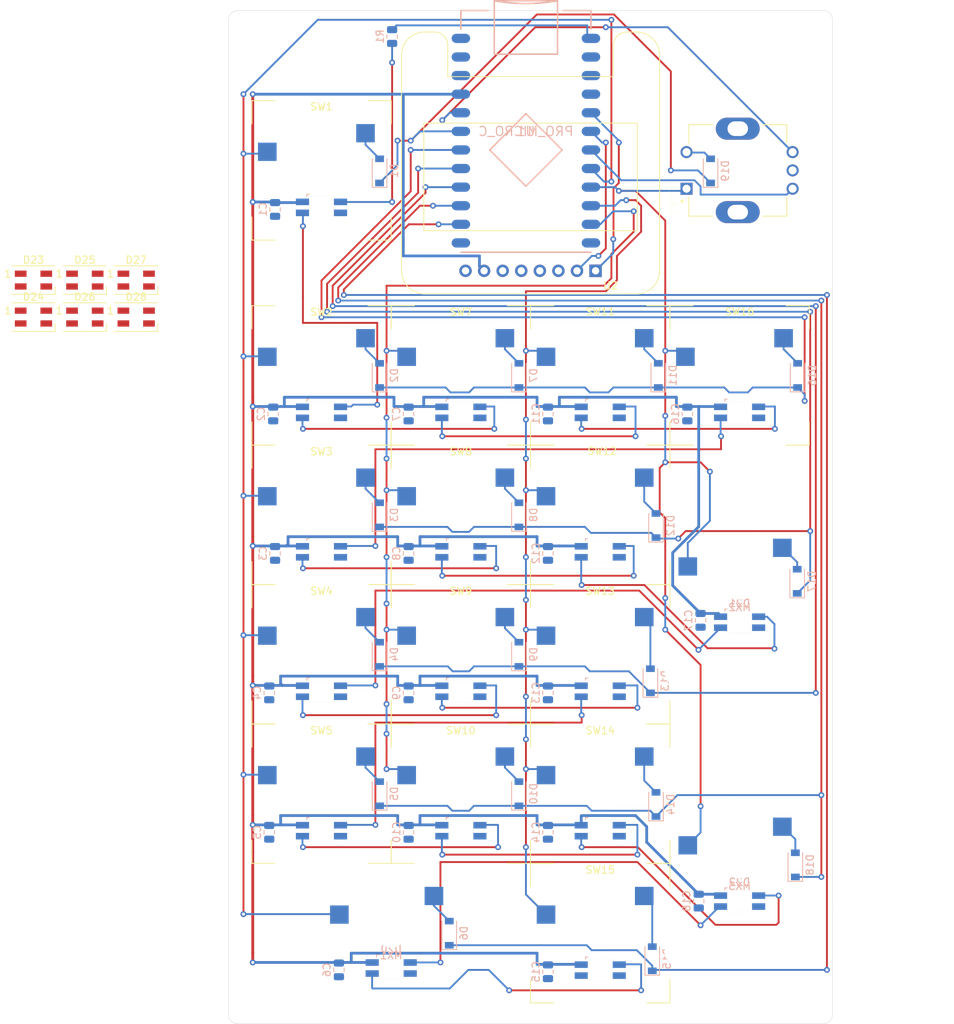
<source format=kicad_pcb>
(kicad_pcb (version 20171130) (host pcbnew "(5.1.6)-1")
  (layers (0 F.Cu signal) (31 B.Cu signal) (34 B.Paste user) (35 F.Paste user) (36 B.SilkS user) (37 F.SilkS user) (38 B.Mask user) (39 F.Mask user) (44 Edge.Cuts user))
  (net 0 "")
  (net 1 GND)
  (net 2 VCC)
  (net 3 "Net-(D1-Pad2)")
  (net 4 ROW0)
  (net 5 "Net-(D2-Pad2)")
  (net 6 ROW1)
  (net 7 "Net-(D3-Pad2)")
  (net 8 ROW2)
  (net 9 "Net-(D4-Pad2)")
  (net 10 ROW3)
  (net 11 "Net-(D5-Pad2)")
  (net 12 ROW4)
  (net 13 "Net-(D6-Pad2)")
  (net 14 ROW5)
  (net 15 "Net-(D7-Pad2)")
  (net 16 "Net-(D8-Pad2)")
  (net 17 "Net-(D9-Pad2)")
  (net 18 "Net-(D10-Pad2)")
  (net 19 "Net-(D11-Pad2)")
  (net 20 "Net-(D12-Pad2)")
  (net 21 "Net-(D13-Pad2)")
  (net 22 "Net-(D14-Pad2)")
  (net 23 "Net-(D15-Pad2)")
  (net 24 "Net-(D16-Pad2)")
  (net 25 "Net-(D17-Pad2)")
  (net 26 "Net-(D18-Pad2)")
  (net 27 "Net-(D19-Pad2)")
  (net 28 COL0)
  (net 29 "Net-(SW1-Pad2)")
  (net 30 LED)
  (net 31 "Net-(SW2-Pad2)")
  (net 32 "Net-(SW3-Pad2)")
  (net 33 "Net-(SW16-Pad2)")
  (net 34 "Net-(SW4-Pad2)")
  (net 35 "Net-(SW10-Pad4)")
  (net 36 "Net-(SW13-Pad2)")
  (net 37 COL1)
  (net 38 "Net-(SW11-Pad4)")
  (net 39 "Net-(SW12-Pad4)")
  (net 40 "Net-(SW13-Pad4)")
  (net 41 "Net-(SW10-Pad2)")
  (net 42 COL2)
  (net 43 "Net-(SW11-Pad2)")
  (net 44 "Net-(SW15-Pad2)")
  (net 45 COL3)
  (net 46 ROTB)
  (net 47 ROTA)
  (net 48 "Net-(U1-Pad2)")
  (net 49 SDA)
  (net 50 SCL)
  (net 51 "Net-(U1-Pad12)")
  (net 52 "Net-(U1-Pad13)")
  (net 53 "Net-(U1-Pad24)")
  (net 54 "Net-(U1-Pad22)")
  (net 55 "Net-(U2-Pad6)")
  (net 56 "Net-(U2-Pad5)")
  (net 57 "Net-(U2-Pad4)")
  (net 58 "Net-(U2-Pad3)")
  (net 59 "Net-(D20-Pad2)")
  (net 60 "Net-(D20-Pad4)")
  (net 61 "Net-(D21-Pad2)")
  (net 62 "Net-(D21-Pad4)")
  (net 63 "Net-(D22-Pad4)")
  (net 64 "Net-(R1-Pad1)")
  (net 65 "Net-(D23-Pad1)")
  (net 66 "Net-(D23-Pad2)")
  (net 67 "Net-(D23-Pad4)")
  (net 68 "Net-(D23-Pad3)")
  (net 69 "Net-(D24-Pad1)")
  (net 70 "Net-(D24-Pad2)")
  (net 71 "Net-(D24-Pad4)")
  (net 72 "Net-(D24-Pad3)")
  (net 73 "Net-(D25-Pad1)")
  (net 74 "Net-(D25-Pad2)")
  (net 75 "Net-(D25-Pad4)")
  (net 76 "Net-(D25-Pad3)")
  (net 77 "Net-(D26-Pad1)")
  (net 78 "Net-(D26-Pad2)")
  (net 79 "Net-(D26-Pad4)")
  (net 80 "Net-(D26-Pad3)")
  (net 81 "Net-(D27-Pad1)")
  (net 82 "Net-(D27-Pad2)")
  (net 83 "Net-(D27-Pad4)")
  (net 84 "Net-(D27-Pad3)")
  (net 85 "Net-(D28-Pad1)")
  (net 86 "Net-(D28-Pad2)")
  (net 87 "Net-(D28-Pad4)")
  (net 88 "Net-(D28-Pad3)")
  (module LED_SMD:LED_SK6812MINI_PLCC4_3.5x3.5mm_P1.75mm (layer F.Cu) (at 38.17 76.17)
    (fp_text reference D28 (at 0 -2.75) (layer F.SilkS))
    (fp_text value SK6812MINI)
    (fp_text user 1 (at -3.5 -0.875) (layer F.SilkS))
    (pad 1 smd rect (at -1.75 -0.875) (size 1.6 0.85) (layers F.Cu F.Paste F.Mask) (net 85 "Net-(D28-Pad1)"))
    (pad 2 smd rect (at -1.75 0.875) (size 1.6 0.85) (layers F.Cu F.Paste F.Mask) (net 86 "Net-(D28-Pad2)"))
    (pad 4 smd rect (at 1.75 -0.875) (size 1.6 0.85) (layers F.Cu F.Paste F.Mask) (net 87 "Net-(D28-Pad4)"))
    (pad 3 smd rect (at 1.75 0.875) (size 1.6 0.85) (layers F.Cu F.Paste F.Mask) (net 88 "Net-(D28-Pad3)"))
  )
  (module LED_SMD:LED_SK6812MINI_PLCC4_3.5x3.5mm_P1.75mm (layer F.Cu) (at 38.17 71.12)
    (fp_text reference D27 (at 0 -2.75) (layer F.SilkS))
    (fp_text value SK6812MINI)
    (fp_text user 1 (at -3.5 -0.875) (layer F.SilkS))
    (pad 1 smd rect (at -1.75 -0.875) (size 1.6 0.85) (layers F.Cu F.Paste F.Mask) (net 81 "Net-(D27-Pad1)"))
    (pad 2 smd rect (at -1.75 0.875) (size 1.6 0.85) (layers F.Cu F.Paste F.Mask) (net 82 "Net-(D27-Pad2)"))
    (pad 4 smd rect (at 1.75 -0.875) (size 1.6 0.85) (layers F.Cu F.Paste F.Mask) (net 83 "Net-(D27-Pad4)"))
    (pad 3 smd rect (at 1.75 0.875) (size 1.6 0.85) (layers F.Cu F.Paste F.Mask) (net 84 "Net-(D27-Pad3)"))
  )
  (module LED_SMD:LED_SK6812MINI_PLCC4_3.5x3.5mm_P1.75mm (layer F.Cu) (at 31.15 76.17)
    (fp_text reference D26 (at 0 -2.75) (layer F.SilkS))
    (fp_text value SK6812MINI)
    (fp_text user 1 (at -3.5 -0.875) (layer F.SilkS))
    (pad 1 smd rect (at -1.75 -0.875) (size 1.6 0.85) (layers F.Cu F.Paste F.Mask) (net 77 "Net-(D26-Pad1)"))
    (pad 2 smd rect (at -1.75 0.875) (size 1.6 0.85) (layers F.Cu F.Paste F.Mask) (net 78 "Net-(D26-Pad2)"))
    (pad 4 smd rect (at 1.75 -0.875) (size 1.6 0.85) (layers F.Cu F.Paste F.Mask) (net 79 "Net-(D26-Pad4)"))
    (pad 3 smd rect (at 1.75 0.875) (size 1.6 0.85) (layers F.Cu F.Paste F.Mask) (net 80 "Net-(D26-Pad3)"))
  )
  (module LED_SMD:LED_SK6812MINI_PLCC4_3.5x3.5mm_P1.75mm (layer F.Cu) (at 31.15 71.12)
    (fp_text reference D25 (at 0 -2.75) (layer F.SilkS))
    (fp_text value SK6812MINI)
    (fp_text user 1 (at -3.5 -0.875) (layer F.SilkS))
    (pad 1 smd rect (at -1.75 -0.875) (size 1.6 0.85) (layers F.Cu F.Paste F.Mask) (net 73 "Net-(D25-Pad1)"))
    (pad 2 smd rect (at -1.75 0.875) (size 1.6 0.85) (layers F.Cu F.Paste F.Mask) (net 74 "Net-(D25-Pad2)"))
    (pad 4 smd rect (at 1.75 -0.875) (size 1.6 0.85) (layers F.Cu F.Paste F.Mask) (net 75 "Net-(D25-Pad4)"))
    (pad 3 smd rect (at 1.75 0.875) (size 1.6 0.85) (layers F.Cu F.Paste F.Mask) (net 76 "Net-(D25-Pad3)"))
  )
  (module LED_SMD:LED_SK6812MINI_PLCC4_3.5x3.5mm_P1.75mm (layer F.Cu) (at 24.13 76.17)
    (fp_text reference D24 (at 0 -2.75) (layer F.SilkS))
    (fp_text value SK6812MINI)
    (fp_text user 1 (at -3.5 -0.875) (layer F.SilkS))
    (pad 1 smd rect (at -1.75 -0.875) (size 1.6 0.85) (layers F.Cu F.Paste F.Mask) (net 69 "Net-(D24-Pad1)"))
    (pad 2 smd rect (at -1.75 0.875) (size 1.6 0.85) (layers F.Cu F.Paste F.Mask) (net 70 "Net-(D24-Pad2)"))
    (pad 4 smd rect (at 1.75 -0.875) (size 1.6 0.85) (layers F.Cu F.Paste F.Mask) (net 71 "Net-(D24-Pad4)"))
    (pad 3 smd rect (at 1.75 0.875) (size 1.6 0.85) (layers F.Cu F.Paste F.Mask) (net 72 "Net-(D24-Pad3)"))
  )
  (module LED_SMD:LED_SK6812MINI_PLCC4_3.5x3.5mm_P1.75mm (layer F.Cu) (at 24.13 71.12)
    (fp_text reference D23 (at 0 -2.75) (layer F.SilkS))
    (fp_text value SK6812MINI)
    (fp_text user 1 (at -3.5 -0.875) (layer F.SilkS))
    (pad 1 smd rect (at -1.75 -0.875) (size 1.6 0.85) (layers F.Cu F.Paste F.Mask) (net 65 "Net-(D23-Pad1)"))
    (pad 2 smd rect (at -1.75 0.875) (size 1.6 0.85) (layers F.Cu F.Paste F.Mask) (net 66 "Net-(D23-Pad2)"))
    (pad 4 smd rect (at 1.75 -0.875) (size 1.6 0.85) (layers F.Cu F.Paste F.Mask) (net 67 "Net-(D23-Pad4)"))
    (pad 3 smd rect (at 1.75 0.875) (size 1.6 0.85) (layers F.Cu F.Paste F.Mask) (net 68 "Net-(D23-Pad3)"))
  )
  (module Resistor_SMD:R_0805_2012Metric (layer B.Cu) (at 73.152 37.846 270)
    (fp_text reference R1 (at 0 1.65 90) (layer B.SilkS) (effects (justify mirror)))
    (fp_text value 470)
    (pad 2 smd roundrect (at 0.9375 0 270) (size 0.975 1.4) (layers B.Cu B.Paste B.Mask) (net 30 LED))
    (pad 1 smd roundrect (at -0.9375 0 270) (size 0.975 1.4) (layers B.Cu B.Paste B.Mask) (net 64 "Net-(R1-Pad1)"))
  )
  (module MX_Only:MXOnly-2U-Hotswap (layer F.Cu) (at 120.65 112.776 270)
    (fp_text reference MX2)
    (fp_text value MX-NoLED)
    (fp_text user %R (at 3.048 0 180) (layer B.SilkS) (effects (justify mirror)))
    (pad "" np_thru_hole circle (at -11.938 8.255 270) (size 3.9878 3.9878) (drill 3.9878) (layers *.Cu *.Mask))
    (pad "" np_thru_hole circle (at 11.938 8.255 270) (size 3.9878 3.9878) (drill 3.9878) (layers *.Cu *.Mask))
    (pad "" np_thru_hole circle (at -11.938 -6.985 270) (size 3.048 3.048) (drill 3.048) (layers *.Cu *.Mask))
    (pad "" np_thru_hole circle (at 11.938 -6.985 270) (size 3.048 3.048) (drill 3.048) (layers *.Cu *.Mask))
    (pad 2 smd rect (at -5.08 -5.842) (size 2.55 2.5) (layers B.Cu B.Paste B.Mask) (net 25 "Net-(D17-Pad2)"))
    (pad 1 smd rect (at -2.54 7.085) (size 2.55 2.5) (layers B.Cu B.Paste B.Mask) (net 45 COL3))
    (pad "" np_thru_hole circle (at 0 -5.08 48.0996) (size 1.75 1.75) (drill 1.75) (layers *.Cu *.Mask))
    (pad "" np_thru_hole circle (at 0 5.08 48.0996) (size 1.75 1.75) (drill 1.75) (layers *.Cu *.Mask))
    (pad "" np_thru_hole circle (at -2.54 3.81) (size 3 3) (drill 3) (layers *.Cu *.Mask))
    (pad "" np_thru_hole circle (at 0 0) (size 3.9878 3.9878) (drill 3.9878) (layers *.Cu *.Mask))
    (pad "" np_thru_hole circle (at -5.08 -2.54) (size 3 3) (drill 3) (layers *.Cu *.Mask))
  )
  (module MX_Only:MXOnly-2U-Hotswap (layer F.Cu) (at 120.65 150.876 270)
    (fp_text reference MX3)
    (fp_text value MX-NoLED)
    (fp_text user %R (at 3.048 0 180) (layer B.SilkS) (effects (justify mirror)))
    (pad "" np_thru_hole circle (at -11.938 8.255 270) (size 3.9878 3.9878) (drill 3.9878) (layers *.Cu *.Mask))
    (pad "" np_thru_hole circle (at 11.938 8.255 270) (size 3.9878 3.9878) (drill 3.9878) (layers *.Cu *.Mask))
    (pad "" np_thru_hole circle (at -11.938 -6.985 270) (size 3.048 3.048) (drill 3.048) (layers *.Cu *.Mask))
    (pad "" np_thru_hole circle (at 11.938 -6.985 270) (size 3.048 3.048) (drill 3.048) (layers *.Cu *.Mask))
    (pad 2 smd rect (at -5.08 -5.842) (size 2.55 2.5) (layers B.Cu B.Paste B.Mask) (net 26 "Net-(D18-Pad2)"))
    (pad 1 smd rect (at -2.54 7.085) (size 2.55 2.5) (layers B.Cu B.Paste B.Mask) (net 45 COL3))
    (pad "" np_thru_hole circle (at 0 -5.08 48.0996) (size 1.75 1.75) (drill 1.75) (layers *.Cu *.Mask))
    (pad "" np_thru_hole circle (at 0 5.08 48.0996) (size 1.75 1.75) (drill 1.75) (layers *.Cu *.Mask))
    (pad "" np_thru_hole circle (at -2.54 3.81) (size 3 3) (drill 3) (layers *.Cu *.Mask))
    (pad "" np_thru_hole circle (at 0 0) (size 3.9878 3.9878) (drill 3.9878) (layers *.Cu *.Mask))
    (pad "" np_thru_hole circle (at -5.08 -2.54) (size 3 3) (drill 3) (layers *.Cu *.Mask))
  )
  (module Custom-parts:Cherry-MX_PCB-Mounted_SK6812-MINI-E_Kailh_Socket (layer F.Cu) (at 120.65 84.1375)
    (fp_text reference SW16 (at 0 -8.6995) (layer F.SilkS))
    (fp_text value Cherry_MX_RGB_WS2812)
    (fp_poly (pts (xy 1.7 6.55) (xy -1.7 6.55) (xy -1.7 3.55) (xy 1.7 3.55)) (layer Edge.Cuts) (width 0.01))
    (pad "" np_thru_hole circle (at 5.08 0) (size 1.7 1.7) (drill 1.7) (layers *.Cu *.Mask))
    (pad "" np_thru_hole circle (at -5.08 0) (size 1.7 1.7) (drill 1.7) (layers *.Cu *.Mask))
    (pad 4 smd rect (at 2.6 4.3) (size 1.8 0.9) (layers B.Cu B.Paste B.Mask) (net 43 "Net-(SW11-Pad2)"))
    (pad 3 smd rect (at 2.6 5.8) (size 1.8 0.9) (layers B.Cu B.Paste B.Mask) (net 1 GND))
    (pad 2 smd rect (at -2.6 5.8) (size 1.8 0.9) (layers B.Cu B.Paste B.Mask) (net 33 "Net-(SW16-Pad2)"))
    (pad 1 smd rect (at -2.6 4.3) (size 1.8 0.9) (layers B.Cu B.Paste B.Mask) (net 2 VCC))
    (pad 6 smd rect (at 6.015 -5.08) (size 2.55 2.5) (layers B.Cu B.Paste B.Mask) (net 24 "Net-(D16-Pad2)"))
    (pad 5 smd rect (at -7.41 -2.54) (size 2.55 2.5) (layers B.Cu B.Paste B.Mask) (net 45 COL3))
    (pad "" np_thru_hole circle (at 2.54 -5.08) (size 3 3) (drill 3) (layers *.Cu *.Mask))
    (pad "" np_thru_hole circle (at -3.81 -2.54) (size 3 3) (drill 3) (layers *.Cu *.Mask))
    (pad "" np_thru_hole circle (at 0 0) (size 4 4) (drill 4) (layers *.Cu *.Mask))
  )
  (module Custom-parts:Cherry-MX_PCB-Mounted_SK6812-MINI-E_Kailh_Socket (layer F.Cu) (at 63.5 84.1375)
    (fp_text reference SW2 (at 0 -8.636) (layer F.SilkS))
    (fp_text value Cherry_MX_RGB_WS2812)
    (fp_poly (pts (xy 1.7 6.55) (xy -1.7 6.55) (xy -1.7 3.55) (xy 1.7 3.55)) (layer Edge.Cuts) (width 0.01))
    (pad "" np_thru_hole circle (at 5.08 0) (size 1.7 1.7) (drill 1.7) (layers *.Cu *.Mask))
    (pad "" np_thru_hole circle (at -5.08 0) (size 1.7 1.7) (drill 1.7) (layers *.Cu *.Mask))
    (pad 4 smd rect (at 2.6 4.3) (size 1.8 0.9) (layers B.Cu B.Paste B.Mask) (net 29 "Net-(SW1-Pad2)"))
    (pad 3 smd rect (at 2.6 5.8) (size 1.8 0.9) (layers B.Cu B.Paste B.Mask) (net 1 GND))
    (pad 2 smd rect (at -2.6 5.8) (size 1.8 0.9) (layers B.Cu B.Paste B.Mask) (net 31 "Net-(SW2-Pad2)"))
    (pad 1 smd rect (at -2.6 4.3) (size 1.8 0.9) (layers B.Cu B.Paste B.Mask) (net 2 VCC))
    (pad 6 smd rect (at 6.015 -5.08) (size 2.55 2.5) (layers B.Cu B.Paste B.Mask) (net 5 "Net-(D2-Pad2)"))
    (pad 5 smd rect (at -7.41 -2.54) (size 2.55 2.5) (layers B.Cu B.Paste B.Mask) (net 28 COL0))
    (pad "" np_thru_hole circle (at 2.54 -5.08) (size 3 3) (drill 3) (layers *.Cu *.Mask))
    (pad "" np_thru_hole circle (at -3.81 -2.54) (size 3 3) (drill 3) (layers *.Cu *.Mask))
    (pad "" np_thru_hole circle (at 0 0) (size 4 4) (drill 4) (layers *.Cu *.Mask))
  )
  (module Custom-parts:Cherry-MX_PCB-Mounted_SK6812-MINI-E_Kailh_Socket (layer F.Cu) (at 63.5 56.134)
    (fp_text reference SW1 (at 0 -8.6995) (layer F.SilkS))
    (fp_text value Cherry_MX_RGB_WS2812)
    (fp_poly (pts (xy 1.7 6.55) (xy -1.7 6.55) (xy -1.7 3.55) (xy 1.7 3.55)) (layer Edge.Cuts) (width 0.01))
    (pad "" np_thru_hole circle (at 5.08 0) (size 1.7 1.7) (drill 1.7) (layers *.Cu *.Mask))
    (pad "" np_thru_hole circle (at -5.08 0) (size 1.7 1.7) (drill 1.7) (layers *.Cu *.Mask))
    (pad 4 smd rect (at 2.6 4.3) (size 1.8 0.9) (layers B.Cu B.Paste B.Mask) (net 30 LED))
    (pad 3 smd rect (at 2.6 5.8) (size 1.8 0.9) (layers B.Cu B.Paste B.Mask) (net 1 GND))
    (pad 2 smd rect (at -2.6 5.8) (size 1.8 0.9) (layers B.Cu B.Paste B.Mask) (net 29 "Net-(SW1-Pad2)"))
    (pad 1 smd rect (at -2.6 4.3) (size 1.8 0.9) (layers B.Cu B.Paste B.Mask) (net 2 VCC))
    (pad 6 smd rect (at 6.015 -5.08) (size 2.55 2.5) (layers B.Cu B.Paste B.Mask) (net 3 "Net-(D1-Pad2)"))
    (pad 5 smd rect (at -7.41 -2.54) (size 2.55 2.5) (layers B.Cu B.Paste B.Mask) (net 28 COL0))
    (pad "" np_thru_hole circle (at 2.54 -5.08) (size 3 3) (drill 3) (layers *.Cu *.Mask))
    (pad "" np_thru_hole circle (at -3.81 -2.54) (size 3 3) (drill 3) (layers *.Cu *.Mask))
    (pad "" np_thru_hole circle (at 0 0) (size 4 4) (drill 4) (layers *.Cu *.Mask))
  )
  (module Custom-parts:Cherry-MX_PCB-Mounted_SK6812-MINI-E_Kailh_Socket (layer F.Cu) (at 101.6 103.1875)
    (fp_text reference SW12 (at 0.254 -8.6995) (layer F.SilkS))
    (fp_text value Cherry_MX_RGB_WS2812)
    (fp_poly (pts (xy 1.7 6.55) (xy -1.7 6.55) (xy -1.7 3.55) (xy 1.7 3.55)) (layer Edge.Cuts) (width 0.01))
    (pad "" np_thru_hole circle (at 5.08 0) (size 1.7 1.7) (drill 1.7) (layers *.Cu *.Mask))
    (pad "" np_thru_hole circle (at -5.08 0) (size 1.7 1.7) (drill 1.7) (layers *.Cu *.Mask))
    (pad 4 smd rect (at 2.6 4.3) (size 1.8 0.9) (layers B.Cu B.Paste B.Mask) (net 39 "Net-(SW12-Pad4)"))
    (pad 3 smd rect (at 2.6 5.8) (size 1.8 0.9) (layers B.Cu B.Paste B.Mask) (net 1 GND))
    (pad 2 smd rect (at -2.6 5.8) (size 1.8 0.9) (layers B.Cu B.Paste B.Mask) (net 62 "Net-(D21-Pad4)"))
    (pad 1 smd rect (at -2.6 4.3) (size 1.8 0.9) (layers B.Cu B.Paste B.Mask) (net 2 VCC))
    (pad 6 smd rect (at 6.015 -5.08) (size 2.55 2.5) (layers B.Cu B.Paste B.Mask) (net 20 "Net-(D12-Pad2)"))
    (pad 5 smd rect (at -7.41 -2.54) (size 2.55 2.5) (layers B.Cu B.Paste B.Mask) (net 42 COL2))
    (pad "" np_thru_hole circle (at 2.54 -5.08) (size 3 3) (drill 3) (layers *.Cu *.Mask))
    (pad "" np_thru_hole circle (at -3.81 -2.54) (size 3 3) (drill 3) (layers *.Cu *.Mask))
    (pad "" np_thru_hole circle (at 0 0) (size 4 4) (drill 4) (layers *.Cu *.Mask))
  )
  (module Custom-parts:XDCR_PEC11R-4215F-S0024 (layer F.Cu) (at 120.396 56.134 90)
    (fp_text reference SW19 (at -4.175 -8.835 90) (layer F.SilkS) (effects (font (thickness 0.015))))
    (fp_text value Rotary_Encoder_Switch)
    (pad 2 thru_hole oval (at 5.7 0 90) (size 3 6) (drill oval 2 2.8) (layers *.Cu *.Mask))
    (pad 1 thru_hole oval (at -5.7 0 90) (size 3 6) (drill oval 2 2.8) (layers *.Cu *.Mask))
    (pad B thru_hole circle (at 2.5 7.5 90) (size 1.65 1.65) (drill 1.1) (layers *.Cu *.Mask) (net 46 ROTB))
    (pad C thru_hole circle (at 0 7.5 90) (size 1.65 1.65) (drill 1.1) (layers *.Cu *.Mask) (net 1 GND))
    (pad A thru_hole circle (at -2.5 7.5 90) (size 1.65 1.65) (drill 1.1) (layers *.Cu *.Mask) (net 47 ROTA))
    (pad S2 thru_hole circle (at 2.5 -7 90) (size 1.65 1.65) (drill 1.1) (layers *.Cu *.Mask) (net 27 "Net-(D19-Pad2)"))
    (pad S1 thru_hole rect (at -2.5 -7 90) (size 1.65 1.65) (drill 1.1) (layers *.Cu *.Mask) (net 45 COL3))
  )
  (module MX_Only:MXOnly-2U-Hotswap (layer F.Cu) (at 73.025 160.3375)
    (fp_text reference MX1)
    (fp_text value MX-NoLED)
    (fp_text user %R (at 0 3.048) (layer B.SilkS) (effects (justify mirror)))
    (pad "" np_thru_hole circle (at -11.938 8.255) (size 3.9878 3.9878) (drill 3.9878) (layers *.Cu *.Mask))
    (pad "" np_thru_hole circle (at 11.938 8.255) (size 3.9878 3.9878) (drill 3.9878) (layers *.Cu *.Mask))
    (pad "" np_thru_hole circle (at -11.938 -6.985) (size 3.048 3.048) (drill 3.048) (layers *.Cu *.Mask))
    (pad "" np_thru_hole circle (at 11.938 -6.985) (size 3.048 3.048) (drill 3.048) (layers *.Cu *.Mask))
    (pad 2 smd rect (at 5.842 -5.08) (size 2.55 2.5) (layers B.Cu B.Paste B.Mask) (net 13 "Net-(D6-Pad2)"))
    (pad 1 smd rect (at -7.085 -2.54) (size 2.55 2.5) (layers B.Cu B.Paste B.Mask) (net 28 COL0))
    (pad "" np_thru_hole circle (at 5.08 0 48.0996) (size 1.75 1.75) (drill 1.75) (layers *.Cu *.Mask))
    (pad "" np_thru_hole circle (at -5.08 0 48.0996) (size 1.75 1.75) (drill 1.75) (layers *.Cu *.Mask))
    (pad "" np_thru_hole circle (at -3.81 -2.54) (size 3 3) (drill 3) (layers *.Cu *.Mask))
    (pad "" np_thru_hole circle (at 0 0) (size 3.9878 3.9878) (drill 3.9878) (layers *.Cu *.Mask))
    (pad "" np_thru_hole circle (at 2.54 -5.08) (size 3 3) (drill 3) (layers *.Cu *.Mask))
  )
  (module Custom-parts:Cherry-MX_PCB-Mounted_SK6812-MINI-E_Kailh_Socket (layer F.Cu) (at 101.6 160.3375)
    (fp_text reference SW15 (at 0 -8.636) (layer F.SilkS))
    (fp_text value Cherry_MX_RGB_WS2812)
    (fp_poly (pts (xy 1.7 6.55) (xy -1.7 6.55) (xy -1.7 3.55) (xy 1.7 3.55)) (layer Edge.Cuts) (width 0.01))
    (pad "" np_thru_hole circle (at 5.08 0) (size 1.7 1.7) (drill 1.7) (layers *.Cu *.Mask))
    (pad "" np_thru_hole circle (at -5.08 0) (size 1.7 1.7) (drill 1.7) (layers *.Cu *.Mask))
    (pad 4 smd rect (at 2.6 4.3) (size 1.8 0.9) (layers B.Cu B.Paste B.Mask) (net 59 "Net-(D20-Pad2)"))
    (pad 3 smd rect (at 2.6 5.8) (size 1.8 0.9) (layers B.Cu B.Paste B.Mask) (net 1 GND))
    (pad 2 smd rect (at -2.6 5.8) (size 1.8 0.9) (layers B.Cu B.Paste B.Mask) (net 44 "Net-(SW15-Pad2)"))
    (pad 1 smd rect (at -2.6 4.3) (size 1.8 0.9) (layers B.Cu B.Paste B.Mask) (net 2 VCC))
    (pad 6 smd rect (at 6.015 -5.08) (size 2.55 2.5) (layers B.Cu B.Paste B.Mask) (net 23 "Net-(D15-Pad2)"))
    (pad 5 smd rect (at -7.41 -2.54) (size 2.55 2.5) (layers B.Cu B.Paste B.Mask) (net 42 COL2))
    (pad "" np_thru_hole circle (at 2.54 -5.08) (size 3 3) (drill 3) (layers *.Cu *.Mask))
    (pad "" np_thru_hole circle (at -3.81 -2.54) (size 3 3) (drill 3) (layers *.Cu *.Mask))
    (pad "" np_thru_hole circle (at 0 0) (size 4 4) (drill 4) (layers *.Cu *.Mask))
  )
  (module Custom-parts:Cherry-MX_PCB-Mounted_SK6812-MINI-E_Kailh_Socket (layer F.Cu) (at 101.6 141.2875)
    (fp_text reference SW14 (at 0 -8.636) (layer F.SilkS))
    (fp_text value Cherry_MX_RGB_WS2812)
    (fp_poly (pts (xy 1.7 6.55) (xy -1.7 6.55) (xy -1.7 3.55) (xy 1.7 3.55)) (layer Edge.Cuts) (width 0.01))
    (pad "" np_thru_hole circle (at 5.08 0) (size 1.7 1.7) (drill 1.7) (layers *.Cu *.Mask))
    (pad "" np_thru_hole circle (at -5.08 0) (size 1.7 1.7) (drill 1.7) (layers *.Cu *.Mask))
    (pad 4 smd rect (at 2.6 4.3) (size 1.8 0.9) (layers B.Cu B.Paste B.Mask) (net 41 "Net-(SW10-Pad2)"))
    (pad 3 smd rect (at 2.6 5.8) (size 1.8 0.9) (layers B.Cu B.Paste B.Mask) (net 1 GND))
    (pad 2 smd rect (at -2.6 5.8) (size 1.8 0.9) (layers B.Cu B.Paste B.Mask) (net 63 "Net-(D22-Pad4)"))
    (pad 1 smd rect (at -2.6 4.3) (size 1.8 0.9) (layers B.Cu B.Paste B.Mask) (net 2 VCC))
    (pad 6 smd rect (at 6.015 -5.08) (size 2.55 2.5) (layers B.Cu B.Paste B.Mask) (net 22 "Net-(D14-Pad2)"))
    (pad 5 smd rect (at -7.41 -2.54) (size 2.55 2.5) (layers B.Cu B.Paste B.Mask) (net 42 COL2))
    (pad "" np_thru_hole circle (at 2.54 -5.08) (size 3 3) (drill 3) (layers *.Cu *.Mask))
    (pad "" np_thru_hole circle (at -3.81 -2.54) (size 3 3) (drill 3) (layers *.Cu *.Mask))
    (pad "" np_thru_hole circle (at 0 0) (size 4 4) (drill 4) (layers *.Cu *.Mask))
  )
  (module Custom-parts:Cherry-MX_PCB-Mounted_SK6812-MINI-E_Kailh_Socket (layer F.Cu) (at 101.6 122.2375)
    (fp_text reference SW13 (at 0 -8.636) (layer F.SilkS))
    (fp_text value Cherry_MX_RGB_WS2812)
    (fp_poly (pts (xy 1.7 6.55) (xy -1.7 6.55) (xy -1.7 3.55) (xy 1.7 3.55)) (layer Edge.Cuts) (width 0.01))
    (pad "" np_thru_hole circle (at 5.08 0) (size 1.7 1.7) (drill 1.7) (layers *.Cu *.Mask))
    (pad "" np_thru_hole circle (at -5.08 0) (size 1.7 1.7) (drill 1.7) (layers *.Cu *.Mask))
    (pad 4 smd rect (at 2.6 4.3) (size 1.8 0.9) (layers B.Cu B.Paste B.Mask) (net 40 "Net-(SW13-Pad4)"))
    (pad 3 smd rect (at 2.6 5.8) (size 1.8 0.9) (layers B.Cu B.Paste B.Mask) (net 1 GND))
    (pad 2 smd rect (at -2.6 5.8) (size 1.8 0.9) (layers B.Cu B.Paste B.Mask) (net 36 "Net-(SW13-Pad2)"))
    (pad 1 smd rect (at -2.6 4.3) (size 1.8 0.9) (layers B.Cu B.Paste B.Mask) (net 2 VCC))
    (pad 6 smd rect (at 6.015 -5.08) (size 2.55 2.5) (layers B.Cu B.Paste B.Mask) (net 21 "Net-(D13-Pad2)"))
    (pad 5 smd rect (at -7.41 -2.54) (size 2.55 2.5) (layers B.Cu B.Paste B.Mask) (net 42 COL2))
    (pad "" np_thru_hole circle (at 2.54 -5.08) (size 3 3) (drill 3) (layers *.Cu *.Mask))
    (pad "" np_thru_hole circle (at -3.81 -2.54) (size 3 3) (drill 3) (layers *.Cu *.Mask))
    (pad "" np_thru_hole circle (at 0 0) (size 4 4) (drill 4) (layers *.Cu *.Mask))
  )
  (module Custom-parts:Cherry-MX_PCB-Mounted_SK6812-MINI-E_Kailh_Socket (layer F.Cu) (at 101.6 84.1375)
    (fp_text reference SW11 (at 0 -8.6995) (layer F.SilkS))
    (fp_text value Cherry_MX_RGB_WS2812)
    (fp_poly (pts (xy 1.7 6.55) (xy -1.7 6.55) (xy -1.7 3.55) (xy 1.7 3.55)) (layer Edge.Cuts) (width 0.01))
    (pad "" np_thru_hole circle (at 5.08 0) (size 1.7 1.7) (drill 1.7) (layers *.Cu *.Mask))
    (pad "" np_thru_hole circle (at -5.08 0) (size 1.7 1.7) (drill 1.7) (layers *.Cu *.Mask))
    (pad 4 smd rect (at 2.6 4.3) (size 1.8 0.9) (layers B.Cu B.Paste B.Mask) (net 38 "Net-(SW11-Pad4)"))
    (pad 3 smd rect (at 2.6 5.8) (size 1.8 0.9) (layers B.Cu B.Paste B.Mask) (net 1 GND))
    (pad 2 smd rect (at -2.6 5.8) (size 1.8 0.9) (layers B.Cu B.Paste B.Mask) (net 43 "Net-(SW11-Pad2)"))
    (pad 1 smd rect (at -2.6 4.3) (size 1.8 0.9) (layers B.Cu B.Paste B.Mask) (net 2 VCC))
    (pad 6 smd rect (at 6.015 -5.08) (size 2.55 2.5) (layers B.Cu B.Paste B.Mask) (net 19 "Net-(D11-Pad2)"))
    (pad 5 smd rect (at -7.41 -2.54) (size 2.55 2.5) (layers B.Cu B.Paste B.Mask) (net 42 COL2))
    (pad "" np_thru_hole circle (at 2.54 -5.08) (size 3 3) (drill 3) (layers *.Cu *.Mask))
    (pad "" np_thru_hole circle (at -3.81 -2.54) (size 3 3) (drill 3) (layers *.Cu *.Mask))
    (pad "" np_thru_hole circle (at 0 0) (size 4 4) (drill 4) (layers *.Cu *.Mask))
  )
  (module Custom-parts:Cherry-MX_PCB-Mounted_SK6812-MINI-E_Kailh_Socket (layer F.Cu) (at 82.55 141.2875)
    (fp_text reference SW10 (at 0 -8.636) (layer F.SilkS))
    (fp_text value Cherry_MX_RGB_WS2812)
    (fp_poly (pts (xy 1.7 6.55) (xy -1.7 6.55) (xy -1.7 3.55) (xy 1.7 3.55)) (layer Edge.Cuts) (width 0.01))
    (pad "" np_thru_hole circle (at 5.08 0) (size 1.7 1.7) (drill 1.7) (layers *.Cu *.Mask))
    (pad "" np_thru_hole circle (at -5.08 0) (size 1.7 1.7) (drill 1.7) (layers *.Cu *.Mask))
    (pad 4 smd rect (at 2.6 4.3) (size 1.8 0.9) (layers B.Cu B.Paste B.Mask) (net 35 "Net-(SW10-Pad4)"))
    (pad 3 smd rect (at 2.6 5.8) (size 1.8 0.9) (layers B.Cu B.Paste B.Mask) (net 1 GND))
    (pad 2 smd rect (at -2.6 5.8) (size 1.8 0.9) (layers B.Cu B.Paste B.Mask) (net 41 "Net-(SW10-Pad2)"))
    (pad 1 smd rect (at -2.6 4.3) (size 1.8 0.9) (layers B.Cu B.Paste B.Mask) (net 2 VCC))
    (pad 6 smd rect (at 6.015 -5.08) (size 2.55 2.5) (layers B.Cu B.Paste B.Mask) (net 18 "Net-(D10-Pad2)"))
    (pad 5 smd rect (at -7.41 -2.54) (size 2.55 2.5) (layers B.Cu B.Paste B.Mask) (net 37 COL1))
    (pad "" np_thru_hole circle (at 2.54 -5.08) (size 3 3) (drill 3) (layers *.Cu *.Mask))
    (pad "" np_thru_hole circle (at -3.81 -2.54) (size 3 3) (drill 3) (layers *.Cu *.Mask))
    (pad "" np_thru_hole circle (at 0 0) (size 4 4) (drill 4) (layers *.Cu *.Mask))
  )
  (module Custom-parts:Cherry-MX_PCB-Mounted_SK6812-MINI-E_Kailh_Socket (layer F.Cu) (at 82.55 122.2375)
    (fp_text reference SW9 (at 0 -8.636) (layer F.SilkS))
    (fp_text value Cherry_MX_RGB_WS2812)
    (fp_poly (pts (xy 1.7 6.55) (xy -1.7 6.55) (xy -1.7 3.55) (xy 1.7 3.55)) (layer Edge.Cuts) (width 0.01))
    (pad "" np_thru_hole circle (at 5.08 0) (size 1.7 1.7) (drill 1.7) (layers *.Cu *.Mask))
    (pad "" np_thru_hole circle (at -5.08 0) (size 1.7 1.7) (drill 1.7) (layers *.Cu *.Mask))
    (pad 4 smd rect (at 2.6 4.3) (size 1.8 0.9) (layers B.Cu B.Paste B.Mask) (net 34 "Net-(SW4-Pad2)"))
    (pad 3 smd rect (at 2.6 5.8) (size 1.8 0.9) (layers B.Cu B.Paste B.Mask) (net 1 GND))
    (pad 2 smd rect (at -2.6 5.8) (size 1.8 0.9) (layers B.Cu B.Paste B.Mask) (net 40 "Net-(SW13-Pad4)"))
    (pad 1 smd rect (at -2.6 4.3) (size 1.8 0.9) (layers B.Cu B.Paste B.Mask) (net 2 VCC))
    (pad 6 smd rect (at 6.015 -5.08) (size 2.55 2.5) (layers B.Cu B.Paste B.Mask) (net 17 "Net-(D9-Pad2)"))
    (pad 5 smd rect (at -7.41 -2.54) (size 2.55 2.5) (layers B.Cu B.Paste B.Mask) (net 37 COL1))
    (pad "" np_thru_hole circle (at 2.54 -5.08) (size 3 3) (drill 3) (layers *.Cu *.Mask))
    (pad "" np_thru_hole circle (at -3.81 -2.54) (size 3 3) (drill 3) (layers *.Cu *.Mask))
    (pad "" np_thru_hole circle (at 0 0) (size 4 4) (drill 4) (layers *.Cu *.Mask))
  )
  (module Custom-parts:Cherry-MX_PCB-Mounted_SK6812-MINI-E_Kailh_Socket (layer F.Cu) (at 82.55 103.1875)
    (fp_text reference SW8 (at 0 -8.636) (layer F.SilkS))
    (fp_text value Cherry_MX_RGB_WS2812)
    (fp_poly (pts (xy 1.7 6.55) (xy -1.7 6.55) (xy -1.7 3.55) (xy 1.7 3.55)) (layer Edge.Cuts) (width 0.01))
    (pad "" np_thru_hole circle (at 5.08 0) (size 1.7 1.7) (drill 1.7) (layers *.Cu *.Mask))
    (pad "" np_thru_hole circle (at -5.08 0) (size 1.7 1.7) (drill 1.7) (layers *.Cu *.Mask))
    (pad 4 smd rect (at 2.6 4.3) (size 1.8 0.9) (layers B.Cu B.Paste B.Mask) (net 32 "Net-(SW3-Pad2)"))
    (pad 3 smd rect (at 2.6 5.8) (size 1.8 0.9) (layers B.Cu B.Paste B.Mask) (net 1 GND))
    (pad 2 smd rect (at -2.6 5.8) (size 1.8 0.9) (layers B.Cu B.Paste B.Mask) (net 39 "Net-(SW12-Pad4)"))
    (pad 1 smd rect (at -2.6 4.3) (size 1.8 0.9) (layers B.Cu B.Paste B.Mask) (net 2 VCC))
    (pad 6 smd rect (at 6.015 -5.08) (size 2.55 2.5) (layers B.Cu B.Paste B.Mask) (net 16 "Net-(D8-Pad2)"))
    (pad 5 smd rect (at -7.41 -2.54) (size 2.55 2.5) (layers B.Cu B.Paste B.Mask) (net 37 COL1))
    (pad "" np_thru_hole circle (at 2.54 -5.08) (size 3 3) (drill 3) (layers *.Cu *.Mask))
    (pad "" np_thru_hole circle (at -3.81 -2.54) (size 3 3) (drill 3) (layers *.Cu *.Mask))
    (pad "" np_thru_hole circle (at 0 0) (size 4 4) (drill 4) (layers *.Cu *.Mask))
  )
  (module Custom-parts:Cherry-MX_PCB-Mounted_SK6812-MINI-E_Kailh_Socket (layer F.Cu) (at 82.55 84.1375)
    (fp_text reference SW7 (at 0 -8.636) (layer F.SilkS))
    (fp_text value Cherry_MX_RGB_WS2812)
    (fp_poly (pts (xy 1.7 6.55) (xy -1.7 6.55) (xy -1.7 3.55) (xy 1.7 3.55)) (layer Edge.Cuts) (width 0.01))
    (pad "" np_thru_hole circle (at 5.08 0) (size 1.7 1.7) (drill 1.7) (layers *.Cu *.Mask))
    (pad "" np_thru_hole circle (at -5.08 0) (size 1.7 1.7) (drill 1.7) (layers *.Cu *.Mask))
    (pad 4 smd rect (at 2.6 4.3) (size 1.8 0.9) (layers B.Cu B.Paste B.Mask) (net 31 "Net-(SW2-Pad2)"))
    (pad 3 smd rect (at 2.6 5.8) (size 1.8 0.9) (layers B.Cu B.Paste B.Mask) (net 1 GND))
    (pad 2 smd rect (at -2.6 5.8) (size 1.8 0.9) (layers B.Cu B.Paste B.Mask) (net 38 "Net-(SW11-Pad4)"))
    (pad 1 smd rect (at -2.6 4.3) (size 1.8 0.9) (layers B.Cu B.Paste B.Mask) (net 2 VCC))
    (pad 6 smd rect (at 6.015 -5.08) (size 2.55 2.5) (layers B.Cu B.Paste B.Mask) (net 15 "Net-(D7-Pad2)"))
    (pad 5 smd rect (at -7.41 -2.54) (size 2.55 2.5) (layers B.Cu B.Paste B.Mask) (net 37 COL1))
    (pad "" np_thru_hole circle (at 2.54 -5.08) (size 3 3) (drill 3) (layers *.Cu *.Mask))
    (pad "" np_thru_hole circle (at -3.81 -2.54) (size 3 3) (drill 3) (layers *.Cu *.Mask))
    (pad "" np_thru_hole circle (at 0 0) (size 4 4) (drill 4) (layers *.Cu *.Mask))
  )
  (module Custom-parts:Cherry-MX_PCB-Mounted_SK6812-MINI-E_Kailh_Socket (layer F.Cu) (at 63.5 141.2875)
    (fp_text reference SW5 (at 0 -8.636) (layer F.SilkS))
    (fp_text value Cherry_MX_RGB_WS2812)
    (fp_poly (pts (xy 1.7 6.55) (xy -1.7 6.55) (xy -1.7 3.55) (xy 1.7 3.55)) (layer Edge.Cuts) (width 0.01))
    (pad "" np_thru_hole circle (at 5.08 0) (size 1.7 1.7) (drill 1.7) (layers *.Cu *.Mask))
    (pad "" np_thru_hole circle (at -5.08 0) (size 1.7 1.7) (drill 1.7) (layers *.Cu *.Mask))
    (pad 4 smd rect (at 2.6 4.3) (size 1.8 0.9) (layers B.Cu B.Paste B.Mask) (net 36 "Net-(SW13-Pad2)"))
    (pad 3 smd rect (at 2.6 5.8) (size 1.8 0.9) (layers B.Cu B.Paste B.Mask) (net 1 GND))
    (pad 2 smd rect (at -2.6 5.8) (size 1.8 0.9) (layers B.Cu B.Paste B.Mask) (net 35 "Net-(SW10-Pad4)"))
    (pad 1 smd rect (at -2.6 4.3) (size 1.8 0.9) (layers B.Cu B.Paste B.Mask) (net 2 VCC))
    (pad 6 smd rect (at 6.015 -5.08) (size 2.55 2.5) (layers B.Cu B.Paste B.Mask) (net 11 "Net-(D5-Pad2)"))
    (pad 5 smd rect (at -7.41 -2.54) (size 2.55 2.5) (layers B.Cu B.Paste B.Mask) (net 28 COL0))
    (pad "" np_thru_hole circle (at 2.54 -5.08) (size 3 3) (drill 3) (layers *.Cu *.Mask))
    (pad "" np_thru_hole circle (at -3.81 -2.54) (size 3 3) (drill 3) (layers *.Cu *.Mask))
    (pad "" np_thru_hole circle (at 0 0) (size 4 4) (drill 4) (layers *.Cu *.Mask))
  )
  (module Custom-parts:Cherry-MX_PCB-Mounted_SK6812-MINI-E_Kailh_Socket (layer F.Cu) (at 63.5 122.2375)
    (fp_text reference SW4 (at 0 -8.636) (layer F.SilkS))
    (fp_text value Cherry_MX_RGB_WS2812)
    (fp_poly (pts (xy 1.7 6.55) (xy -1.7 6.55) (xy -1.7 3.55) (xy 1.7 3.55)) (layer Edge.Cuts) (width 0.01))
    (pad "" np_thru_hole circle (at 5.08 0) (size 1.7 1.7) (drill 1.7) (layers *.Cu *.Mask))
    (pad "" np_thru_hole circle (at -5.08 0) (size 1.7 1.7) (drill 1.7) (layers *.Cu *.Mask))
    (pad 4 smd rect (at 2.6 4.3) (size 1.8 0.9) (layers B.Cu B.Paste B.Mask) (net 61 "Net-(D21-Pad2)"))
    (pad 3 smd rect (at 2.6 5.8) (size 1.8 0.9) (layers B.Cu B.Paste B.Mask) (net 1 GND))
    (pad 2 smd rect (at -2.6 5.8) (size 1.8 0.9) (layers B.Cu B.Paste B.Mask) (net 34 "Net-(SW4-Pad2)"))
    (pad 1 smd rect (at -2.6 4.3) (size 1.8 0.9) (layers B.Cu B.Paste B.Mask) (net 2 VCC))
    (pad 6 smd rect (at 6.015 -5.08) (size 2.55 2.5) (layers B.Cu B.Paste B.Mask) (net 9 "Net-(D4-Pad2)"))
    (pad 5 smd rect (at -7.41 -2.54) (size 2.55 2.5) (layers B.Cu B.Paste B.Mask) (net 28 COL0))
    (pad "" np_thru_hole circle (at 2.54 -5.08) (size 3 3) (drill 3) (layers *.Cu *.Mask))
    (pad "" np_thru_hole circle (at -3.81 -2.54) (size 3 3) (drill 3) (layers *.Cu *.Mask))
    (pad "" np_thru_hole circle (at 0 0) (size 4 4) (drill 4) (layers *.Cu *.Mask))
  )
  (module Custom-parts:Cherry-MX_PCB-Mounted_SK6812-MINI-E_Kailh_Socket (layer F.Cu) (at 63.5 103.1875)
    (fp_text reference SW3 (at 0 -8.636) (layer F.SilkS))
    (fp_text value Cherry_MX_RGB_WS2812)
    (fp_poly (pts (xy 1.7 6.55) (xy -1.7 6.55) (xy -1.7 3.55) (xy 1.7 3.55)) (layer Edge.Cuts) (width 0.01))
    (pad "" np_thru_hole circle (at 5.08 0) (size 1.7 1.7) (drill 1.7) (layers *.Cu *.Mask))
    (pad "" np_thru_hole circle (at -5.08 0) (size 1.7 1.7) (drill 1.7) (layers *.Cu *.Mask))
    (pad 4 smd rect (at 2.6 4.3) (size 1.8 0.9) (layers B.Cu B.Paste B.Mask) (net 33 "Net-(SW16-Pad2)"))
    (pad 3 smd rect (at 2.6 5.8) (size 1.8 0.9) (layers B.Cu B.Paste B.Mask) (net 1 GND))
    (pad 2 smd rect (at -2.6 5.8) (size 1.8 0.9) (layers B.Cu B.Paste B.Mask) (net 32 "Net-(SW3-Pad2)"))
    (pad 1 smd rect (at -2.6 4.3) (size 1.8 0.9) (layers B.Cu B.Paste B.Mask) (net 2 VCC))
    (pad 6 smd rect (at 6.015 -5.08) (size 2.55 2.5) (layers B.Cu B.Paste B.Mask) (net 7 "Net-(D3-Pad2)"))
    (pad 5 smd rect (at -7.41 -2.54) (size 2.55 2.5) (layers B.Cu B.Paste B.Mask) (net 28 COL0))
    (pad "" np_thru_hole circle (at 2.54 -5.08) (size 3 3) (drill 3) (layers *.Cu *.Mask))
    (pad "" np_thru_hole circle (at -3.81 -2.54) (size 3 3) (drill 3) (layers *.Cu *.Mask))
    (pad "" np_thru_hole circle (at 0 0) (size 4 4) (drill 4) (layers *.Cu *.Mask))
  )
  (module Custom-parts:SK6812-MINI-E (layer F.Cu) (at 120.65 155.956)
    (fp_text reference D22 (at 0 -2.6) (layer B.SilkS) (effects (justify mirror)))
    (fp_text value WS2816)
    (fp_poly (pts (xy 1.7 1.5) (xy -1.7 1.5) (xy -1.7 -1.5) (xy 1.7 -1.5)) (layer Edge.Cuts) (width 0.01))
    (pad 4 smd rect (at 2.6 -0.75) (size 1.8 0.9) (layers B.Cu B.Paste B.Mask) (net 63 "Net-(D22-Pad4)"))
    (pad 3 smd rect (at 2.6 0.75) (size 1.8 0.9) (layers B.Cu B.Paste B.Mask) (net 1 GND))
    (pad 2 smd rect (at -2.6 0.75) (size 1.8 0.9) (layers B.Cu B.Paste B.Mask) (net 60 "Net-(D20-Pad4)"))
    (pad 1 smd rect (at -2.6 -0.75) (size 1.8 0.9) (layers B.Cu B.Paste B.Mask) (net 2 VCC))
  )
  (module Custom-parts:SK6812-MINI-E (layer F.Cu) (at 120.65 117.856)
    (fp_text reference D21 (at 0 -2.6) (layer B.SilkS) (effects (justify mirror)))
    (fp_text value WS2816)
    (fp_poly (pts (xy 1.7 1.5) (xy -1.7 1.5) (xy -1.7 -1.5) (xy 1.7 -1.5)) (layer Edge.Cuts) (width 0.01))
    (pad 4 smd rect (at 2.6 -0.75) (size 1.8 0.9) (layers B.Cu B.Paste B.Mask) (net 62 "Net-(D21-Pad4)"))
    (pad 3 smd rect (at 2.6 0.75) (size 1.8 0.9) (layers B.Cu B.Paste B.Mask) (net 1 GND))
    (pad 2 smd rect (at -2.6 0.75) (size 1.8 0.9) (layers B.Cu B.Paste B.Mask) (net 61 "Net-(D21-Pad2)"))
    (pad 1 smd rect (at -2.6 -0.75) (size 1.8 0.9) (layers B.Cu B.Paste B.Mask) (net 2 VCC))
  )
  (module Custom-parts:SK6812-MINI-E (layer F.Cu) (at 73.025 165.1)
    (fp_text reference D20 (at 0 -2.6) (layer B.SilkS) (effects (justify mirror)))
    (fp_text value WS2816)
    (fp_poly (pts (xy 1.7 1.5) (xy -1.7 1.5) (xy -1.7 -1.5) (xy 1.7 -1.5)) (layer Edge.Cuts) (width 0.01))
    (pad 1 smd rect (at -2.6 -0.75) (size 1.8 0.9) (layers B.Cu B.Paste B.Mask) (net 2 VCC))
    (pad 2 smd rect (at -2.6 0.75) (size 1.8 0.9) (layers B.Cu B.Paste B.Mask) (net 59 "Net-(D20-Pad2)"))
    (pad 3 smd rect (at 2.6 0.75) (size 1.8 0.9) (layers B.Cu B.Paste B.Mask) (net 1 GND))
    (pad 4 smd rect (at 2.6 -0.75) (size 1.8 0.9) (layers B.Cu B.Paste B.Mask) (net 60 "Net-(D20-Pad4)"))
  )
  (module Display:Adafruit_SSD1306 (layer F.Cu) (at 100.965 69.85 180)
    (fp_text reference U2 (at -2.032 -2.032) (layer F.SilkS))
    (fp_text value OLED_SSD1306)
    (pad 8 thru_hole circle (at 17.78 0 180) (size 1.7 1.7) (drill 1) (layers *.Cu *.Mask) (net 1 GND))
    (pad 7 thru_hole circle (at 15.24 0 180) (size 1.7 1.7) (drill 1) (layers *.Cu *.Mask) (net 2 VCC))
    (pad 6 thru_hole circle (at 12.7 0 180) (size 1.7 1.7) (drill 1) (layers *.Cu *.Mask) (net 55 "Net-(U2-Pad6)"))
    (pad 5 thru_hole circle (at 10.16 0 180) (size 1.7 1.7) (drill 1) (layers *.Cu *.Mask) (net 56 "Net-(U2-Pad5)"))
    (pad 4 thru_hole circle (at 7.62 0 180) (size 1.7 1.7) (drill 1) (layers *.Cu *.Mask) (net 57 "Net-(U2-Pad4)"))
    (pad 3 thru_hole circle (at 5.08 0 180) (size 1.7 1.7) (drill 1) (layers *.Cu *.Mask) (net 58 "Net-(U2-Pad3)"))
    (pad 2 thru_hole circle (at 2.54 0 180) (size 1.7 1.7) (drill 1) (layers *.Cu *.Mask) (net 50 SCL))
    (pad 1 thru_hole rect (at 0 0 180) (size 1.7 1.7) (drill 1) (layers *.Cu *.Mask) (net 49 SDA))
    (pad "" np_thru_hole circle (at 23.368 0 180) (size 2.7 2.7) (drill 2.7) (layers *.Cu *.Mask))
    (pad "" np_thru_hole circle (at -5.588 29.464 180) (size 2.7 2.7) (drill 2.7) (layers *.Cu *.Mask))
    (pad "" np_thru_hole circle (at 23.368 29.464 180) (size 2.7 2.7) (drill 2.7) (layers *.Cu *.Mask))
    (pad "" np_thru_hole circle (at -5.588 0 180) (size 2.7 2.7) (drill 2.7) (layers *.Cu *.Mask))
  )
  (module SparkFun-Boards:PRO_MICRO_C (layer B.Cu) (at 91.44 50.8 180)
    (fp_text reference U1 (at 0 0) (layer B.SilkS) (effects (font (size 1.27 1.27)) (justify mirror)))
    (fp_text value PRO_MICRO_C (at 0 0) (layer B.SilkS) (effects (font (size 1.27 1.27)) (justify mirror)))
    (pad 1 smd roundrect (at -8.89 12.7 180) (size 2.54 1.27) (layers B.Cu B.Paste B.Mask) (roundrect_rratio 0.5) (net 64 "Net-(R1-Pad1)"))
    (pad 2 smd roundrect (at -8.89 10.16 180) (size 2.54 1.27) (layers B.Cu B.Paste B.Mask) (roundrect_rratio 0.5) (net 48 "Net-(U1-Pad2)"))
    (pad 3 smd roundrect (at -8.89 7.62 180) (size 2.54 1.27) (layers B.Cu B.Paste B.Mask) (roundrect_rratio 0.5) (net 1 GND))
    (pad 4 smd roundrect (at -8.89 5.08 180) (size 2.54 1.27) (layers B.Cu B.Paste B.Mask) (roundrect_rratio 0.5) (net 1 GND))
    (pad 5 smd roundrect (at -8.89 2.54 180) (size 2.54 1.27) (layers B.Cu B.Paste B.Mask) (roundrect_rratio 0.5) (net 49 SDA))
    (pad 6 smd roundrect (at -8.89 0 180) (size 2.54 1.27) (layers B.Cu B.Paste B.Mask) (roundrect_rratio 0.5) (net 50 SCL))
    (pad 7 smd roundrect (at -8.89 -2.54 180) (size 2.54 1.27) (layers B.Cu B.Paste B.Mask) (roundrect_rratio 0.5) (net 47 ROTA))
    (pad 8 smd roundrect (at -8.89 -5.08 180) (size 2.54 1.27) (layers B.Cu B.Paste B.Mask) (roundrect_rratio 0.5) (net 28 COL0))
    (pad 9 smd roundrect (at -8.89 -7.62 180) (size 2.54 1.27) (layers B.Cu B.Paste B.Mask) (roundrect_rratio 0.5) (net 45 COL3))
    (pad 10 smd roundrect (at -8.89 -10.16 180) (size 2.54 1.27) (layers B.Cu B.Paste B.Mask) (roundrect_rratio 0.5) (net 42 COL2))
    (pad 11 smd roundrect (at -8.89 -12.7 180) (size 2.54 1.27) (layers B.Cu B.Paste B.Mask) (roundrect_rratio 0.5) (net 37 COL1))
    (pad 12 smd roundrect (at -8.89 -15.24 180) (size 2.54 1.27) (layers B.Cu B.Paste B.Mask) (roundrect_rratio 0.5) (net 51 "Net-(U1-Pad12)"))
    (pad 13 smd roundrect (at 8.89 -15.24 180) (size 2.54 1.27) (layers B.Cu B.Paste B.Mask) (roundrect_rratio 0.5) (net 52 "Net-(U1-Pad13)"))
    (pad 14 smd roundrect (at 8.89 -12.7 180) (size 2.54 1.27) (layers B.Cu B.Paste B.Mask) (roundrect_rratio 0.5) (net 14 ROW5))
    (pad 15 smd roundrect (at 8.89 -10.16 180) (size 2.54 1.27) (layers B.Cu B.Paste B.Mask) (roundrect_rratio 0.5) (net 12 ROW4))
    (pad 16 smd roundrect (at 8.89 -7.62 180) (size 2.54 1.27) (layers B.Cu B.Paste B.Mask) (roundrect_rratio 0.5) (net 10 ROW3))
    (pad 17 smd roundrect (at 8.89 -5.08 180) (size 2.54 1.27) (layers B.Cu B.Paste B.Mask) (roundrect_rratio 0.5) (net 8 ROW2))
    (pad 18 smd roundrect (at 8.89 -2.54 180) (size 2.54 1.27) (layers B.Cu B.Paste B.Mask) (roundrect_rratio 0.5) (net 6 ROW1))
    (pad 19 smd roundrect (at 8.89 0 180) (size 2.54 1.27) (layers B.Cu B.Paste B.Mask) (roundrect_rratio 0.5) (net 4 ROW0))
    (pad 20 smd roundrect (at 8.89 2.54 180) (size 2.54 1.27) (layers B.Cu B.Paste B.Mask) (roundrect_rratio 0.5) (net 46 ROTB))
    (pad 24 smd roundrect (at 8.89 12.7 180) (size 2.54 1.27) (layers B.Cu B.Paste B.Mask) (roundrect_rratio 0.5) (net 53 "Net-(U1-Pad24)"))
    (pad 23 smd roundrect (at 8.89 10.16 180) (size 2.54 1.27) (layers B.Cu B.Paste B.Mask) (roundrect_rratio 0.5) (net 1 GND))
    (pad 22 smd roundrect (at 8.89 7.62 180) (size 2.54 1.27) (layers B.Cu B.Paste B.Mask) (roundrect_rratio 0.5) (net 54 "Net-(U1-Pad22)"))
    (pad 21 smd roundrect (at 8.89 5.08 180) (size 2.54 1.27) (layers B.Cu B.Paste B.Mask) (roundrect_rratio 0.5) (net 2 VCC))
  )
  (module Diode_SMD:D_SOD-123 (layer B.Cu) (at 116.68125 56.1975 90)
    (fp_text reference D19 (at 0 2 90) (layer B.SilkS) (effects (justify mirror)))
    (fp_text value D_Small)
    (pad 2 smd rect (at 1.65 0 90) (size 0.9 1.2) (layers B.Cu B.Paste B.Mask) (net 27 "Net-(D19-Pad2)"))
    (pad 1 smd rect (at -1.65 0 90) (size 0.9 1.2) (layers B.Cu B.Paste B.Mask) (net 4 ROW0))
  )
  (module Diode_SMD:D_SOD-123 (layer B.Cu) (at 128.27 151.004 90)
    (fp_text reference D18 (at 0 2 90) (layer B.SilkS) (effects (justify mirror)))
    (fp_text value D_Small)
    (pad 2 smd rect (at 1.65 0 90) (size 0.9 1.2) (layers B.Cu B.Paste B.Mask) (net 26 "Net-(D18-Pad2)"))
    (pad 1 smd rect (at -1.65 0 90) (size 0.9 1.2) (layers B.Cu B.Paste B.Mask) (net 12 ROW4))
  )
  (module Diode_SMD:D_SOD-123 (layer B.Cu) (at 128.524 112.268 90)
    (fp_text reference D17 (at 0 2 90) (layer B.SilkS) (effects (justify mirror)))
    (fp_text value D_Small)
    (pad 2 smd rect (at 1.65 0 90) (size 0.9 1.2) (layers B.Cu B.Paste B.Mask) (net 25 "Net-(D17-Pad2)"))
    (pad 1 smd rect (at -1.65 0 90) (size 0.9 1.2) (layers B.Cu B.Paste B.Mask) (net 8 ROW2))
  )
  (module Diode_SMD:D_SOD-123 (layer B.Cu) (at 128.5875 84.1375 90)
    (fp_text reference D16 (at 0 2 90) (layer B.SilkS) (effects (justify mirror)))
    (fp_text value D_Small)
    (pad 2 smd rect (at 1.65 0 90) (size 0.9 1.2) (layers B.Cu B.Paste B.Mask) (net 24 "Net-(D16-Pad2)"))
    (pad 1 smd rect (at -1.65 0 90) (size 0.9 1.2) (layers B.Cu B.Paste B.Mask) (net 6 ROW1))
  )
  (module Diode_SMD:D_SOD-123 (layer B.Cu) (at 108.712 163.83 90)
    (fp_text reference D15 (at 0 2 90) (layer B.SilkS) (effects (justify mirror)))
    (fp_text value D_Small)
    (pad 2 smd rect (at 1.65 0 90) (size 0.9 1.2) (layers B.Cu B.Paste B.Mask) (net 23 "Net-(D15-Pad2)"))
    (pad 1 smd rect (at -1.65 0 90) (size 0.9 1.2) (layers B.Cu B.Paste B.Mask) (net 14 ROW5))
  )
  (module Diode_SMD:D_SOD-123 (layer B.Cu) (at 109.22 142.748 90)
    (fp_text reference D14 (at 0 2 90) (layer B.SilkS) (effects (justify mirror)))
    (fp_text value D_Small)
    (pad 2 smd rect (at 1.65 0 90) (size 0.9 1.2) (layers B.Cu B.Paste B.Mask) (net 22 "Net-(D14-Pad2)"))
    (pad 1 smd rect (at -1.65 0 90) (size 0.9 1.2) (layers B.Cu B.Paste B.Mask) (net 12 ROW4))
  )
  (module Diode_SMD:D_SOD-123 (layer B.Cu) (at 108.458 125.856 90)
    (fp_text reference D13 (at 0 2 90) (layer B.SilkS) (effects (justify mirror)))
    (fp_text value D_Small)
    (pad 2 smd rect (at 1.65 0 90) (size 0.9 1.2) (layers B.Cu B.Paste B.Mask) (net 21 "Net-(D13-Pad2)"))
    (pad 1 smd rect (at -1.65 0 90) (size 0.9 1.2) (layers B.Cu B.Paste B.Mask) (net 10 ROW3))
  )
  (module Diode_SMD:D_SOD-123 (layer B.Cu) (at 109.22 104.648 90)
    (fp_text reference D12 (at 0 2 90) (layer B.SilkS) (effects (justify mirror)))
    (fp_text value D_Small)
    (pad 2 smd rect (at 1.65 0 90) (size 0.9 1.2) (layers B.Cu B.Paste B.Mask) (net 20 "Net-(D12-Pad2)"))
    (pad 1 smd rect (at -1.65 0 90) (size 0.9 1.2) (layers B.Cu B.Paste B.Mask) (net 8 ROW2))
  )
  (module Diode_SMD:D_SOD-123 (layer B.Cu) (at 109.5375 84.1375 90)
    (fp_text reference D11 (at 0 2 90) (layer B.SilkS) (effects (justify mirror)))
    (fp_text value D_Small)
    (pad 2 smd rect (at 1.65 0 90) (size 0.9 1.2) (layers B.Cu B.Paste B.Mask) (net 19 "Net-(D11-Pad2)"))
    (pad 1 smd rect (at -1.65 0 90) (size 0.9 1.2) (layers B.Cu B.Paste B.Mask) (net 6 ROW1))
  )
  (module Diode_SMD:D_SOD-123 (layer B.Cu) (at 90.4875 141.2875 90)
    (fp_text reference D10 (at 0 2 90) (layer B.SilkS) (effects (justify mirror)))
    (fp_text value D_Small)
    (pad 2 smd rect (at 1.65 0 90) (size 0.9 1.2) (layers B.Cu B.Paste B.Mask) (net 18 "Net-(D10-Pad2)"))
    (pad 1 smd rect (at -1.65 0 90) (size 0.9 1.2) (layers B.Cu B.Paste B.Mask) (net 12 ROW4))
  )
  (module Diode_SMD:D_SOD-123 (layer B.Cu) (at 90.4875 122.2375 90)
    (fp_text reference D9 (at 0 2 90) (layer B.SilkS) (effects (justify mirror)))
    (fp_text value D_Small)
    (pad 2 smd rect (at 1.65 0 90) (size 0.9 1.2) (layers B.Cu B.Paste B.Mask) (net 17 "Net-(D9-Pad2)"))
    (pad 1 smd rect (at -1.65 0 90) (size 0.9 1.2) (layers B.Cu B.Paste B.Mask) (net 10 ROW3))
  )
  (module Diode_SMD:D_SOD-123 (layer B.Cu) (at 90.4875 103.1875 90)
    (fp_text reference D8 (at 0 2 90) (layer B.SilkS) (effects (justify mirror)))
    (fp_text value D_Small)
    (pad 2 smd rect (at 1.65 0 90) (size 0.9 1.2) (layers B.Cu B.Paste B.Mask) (net 16 "Net-(D8-Pad2)"))
    (pad 1 smd rect (at -1.65 0 90) (size 0.9 1.2) (layers B.Cu B.Paste B.Mask) (net 8 ROW2))
  )
  (module Diode_SMD:D_SOD-123 (layer B.Cu) (at 90.4875 84.1375 90)
    (fp_text reference D7 (at 0 2 90) (layer B.SilkS) (effects (justify mirror)))
    (fp_text value D_Small)
    (pad 2 smd rect (at 1.65 0 90) (size 0.9 1.2) (layers B.Cu B.Paste B.Mask) (net 15 "Net-(D7-Pad2)"))
    (pad 1 smd rect (at -1.65 0 90) (size 0.9 1.2) (layers B.Cu B.Paste B.Mask) (net 6 ROW1))
  )
  (module Diode_SMD:D_SOD-123 (layer B.Cu) (at 80.9625 160.3375 90)
    (fp_text reference D6 (at 0 2 90) (layer B.SilkS) (effects (justify mirror)))
    (fp_text value D_Small)
    (pad 2 smd rect (at 1.65 0 90) (size 0.9 1.2) (layers B.Cu B.Paste B.Mask) (net 13 "Net-(D6-Pad2)"))
    (pad 1 smd rect (at -1.65 0 90) (size 0.9 1.2) (layers B.Cu B.Paste B.Mask) (net 14 ROW5))
  )
  (module Diode_SMD:D_SOD-123 (layer B.Cu) (at 71.4375 141.2875 90)
    (fp_text reference D5 (at 0 2 90) (layer B.SilkS) (effects (justify mirror)))
    (fp_text value D_Small)
    (pad 2 smd rect (at 1.65 0 90) (size 0.9 1.2) (layers B.Cu B.Paste B.Mask) (net 11 "Net-(D5-Pad2)"))
    (pad 1 smd rect (at -1.65 0 90) (size 0.9 1.2) (layers B.Cu B.Paste B.Mask) (net 12 ROW4))
  )
  (module Diode_SMD:D_SOD-123 (layer B.Cu) (at 71.4375 122.2375 90)
    (fp_text reference D4 (at 0 2 90) (layer B.SilkS) (effects (justify mirror)))
    (fp_text value D_Small)
    (pad 2 smd rect (at 1.65 0 90) (size 0.9 1.2) (layers B.Cu B.Paste B.Mask) (net 9 "Net-(D4-Pad2)"))
    (pad 1 smd rect (at -1.65 0 90) (size 0.9 1.2) (layers B.Cu B.Paste B.Mask) (net 10 ROW3))
  )
  (module Diode_SMD:D_SOD-123 (layer B.Cu) (at 71.4375 103.1875 90)
    (fp_text reference D3 (at 0 2 90) (layer B.SilkS) (effects (justify mirror)))
    (fp_text value D_Small)
    (pad 2 smd rect (at 1.65 0 90) (size 0.9 1.2) (layers B.Cu B.Paste B.Mask) (net 7 "Net-(D3-Pad2)"))
    (pad 1 smd rect (at -1.65 0 90) (size 0.9 1.2) (layers B.Cu B.Paste B.Mask) (net 8 ROW2))
  )
  (module Diode_SMD:D_SOD-123 (layer B.Cu) (at 71.4375 84.1375 90)
    (fp_text reference D2 (at 0 2 90) (layer B.SilkS) (effects (justify mirror)))
    (fp_text value D_Small)
    (pad 2 smd rect (at 1.65 0 90) (size 0.9 1.2) (layers B.Cu B.Paste B.Mask) (net 5 "Net-(D2-Pad2)"))
    (pad 1 smd rect (at -1.65 0 90) (size 0.9 1.2) (layers B.Cu B.Paste B.Mask) (net 6 ROW1))
  )
  (module Diode_SMD:D_SOD-123 (layer B.Cu) (at 71.4375 56.1975 90)
    (fp_text reference D1 (at 0 2 90) (layer B.SilkS) (effects (justify mirror)))
    (fp_text value D_Small)
    (pad 2 smd rect (at 1.65 0 90) (size 0.9 1.2) (layers B.Cu B.Paste B.Mask) (net 3 "Net-(D1-Pad2)"))
    (pad 1 smd rect (at -1.65 0 90) (size 0.9 1.2) (layers B.Cu B.Paste B.Mask) (net 4 ROW0))
  )
  (module Capacitor_SMD:C_0805_2012Metric (layer B.Cu) (at 115.062 155.956 270)
    (fp_text reference C18 (at 0 1.65 90) (layer B.SilkS) (effects (justify mirror)))
    (fp_text value 0.1uF)
    (pad 2 smd roundrect (at 0.9375 0 270) (size 0.975 1.4) (layers B.Cu B.Paste B.Mask) (net 1 GND))
    (pad 1 smd roundrect (at -0.9375 0 270) (size 0.975 1.4) (layers B.Cu B.Paste B.Mask) (net 2 VCC))
  )
  (module Capacitor_SMD:C_0805_2012Metric (layer B.Cu) (at 115.316 117.602 270)
    (fp_text reference C17 (at 0 1.65 90) (layer B.SilkS) (effects (justify mirror)))
    (fp_text value 0.1uF)
    (pad 2 smd roundrect (at 0.9375 0 270) (size 0.975 1.4) (layers B.Cu B.Paste B.Mask) (net 1 GND))
    (pad 1 smd roundrect (at -0.9375 0 270) (size 0.975 1.4) (layers B.Cu B.Paste B.Mask) (net 2 VCC))
  )
  (module Capacitor_SMD:C_0805_2012Metric (layer B.Cu) (at 113.50625 89.408 270)
    (fp_text reference C16 (at 0 1.65 90) (layer B.SilkS) (effects (justify mirror)))
    (fp_text value 0.1uF)
    (pad 2 smd roundrect (at 0.9375 0 270) (size 0.975 1.4) (layers B.Cu B.Paste B.Mask) (net 1 GND))
    (pad 1 smd roundrect (at -0.9375 0 270) (size 0.975 1.4) (layers B.Cu B.Paste B.Mask) (net 2 VCC))
  )
  (module Capacitor_SMD:C_0805_2012Metric (layer B.Cu) (at 94.45625 165.608 270)
    (fp_text reference C15 (at 0 1.65 90) (layer B.SilkS) (effects (justify mirror)))
    (fp_text value 0.1uF)
    (pad 2 smd roundrect (at 0.9375 0 270) (size 0.975 1.4) (layers B.Cu B.Paste B.Mask) (net 1 GND))
    (pad 1 smd roundrect (at -0.9375 0 270) (size 0.975 1.4) (layers B.Cu B.Paste B.Mask) (net 2 VCC))
  )
  (module Capacitor_SMD:C_0805_2012Metric (layer B.Cu) (at 94.45625 146.558 270)
    (fp_text reference C14 (at 0 1.65 90) (layer B.SilkS) (effects (justify mirror)))
    (fp_text value 0.1uF)
    (pad 2 smd roundrect (at 0.9375 0 270) (size 0.975 1.4) (layers B.Cu B.Paste B.Mask) (net 1 GND))
    (pad 1 smd roundrect (at -0.9375 0 270) (size 0.975 1.4) (layers B.Cu B.Paste B.Mask) (net 2 VCC))
  )
  (module Capacitor_SMD:C_0805_2012Metric (layer B.Cu) (at 94.45625 127.508 270)
    (fp_text reference C13 (at 0 1.65 90) (layer B.SilkS) (effects (justify mirror)))
    (fp_text value 0.1uF)
    (pad 2 smd roundrect (at 0.9375 0 270) (size 0.975 1.4) (layers B.Cu B.Paste B.Mask) (net 1 GND))
    (pad 1 smd roundrect (at -0.9375 0 270) (size 0.975 1.4) (layers B.Cu B.Paste B.Mask) (net 2 VCC))
  )
  (module Capacitor_SMD:C_0805_2012Metric (layer B.Cu) (at 94.45625 108.458 270)
    (fp_text reference C12 (at 0 1.65 90) (layer B.SilkS) (effects (justify mirror)))
    (fp_text value 0.1uF)
    (pad 2 smd roundrect (at 0.9375 0 270) (size 0.975 1.4) (layers B.Cu B.Paste B.Mask) (net 1 GND))
    (pad 1 smd roundrect (at -0.9375 0 270) (size 0.975 1.4) (layers B.Cu B.Paste B.Mask) (net 2 VCC))
  )
  (module Capacitor_SMD:C_0805_2012Metric (layer B.Cu) (at 94.45625 89.408 270)
    (fp_text reference C11 (at 0 1.65 90) (layer B.SilkS) (effects (justify mirror)))
    (fp_text value 0.1uF)
    (pad 2 smd roundrect (at 0.9375 0 270) (size 0.975 1.4) (layers B.Cu B.Paste B.Mask) (net 1 GND))
    (pad 1 smd roundrect (at -0.9375 0 270) (size 0.975 1.4) (layers B.Cu B.Paste B.Mask) (net 2 VCC))
  )
  (module Capacitor_SMD:C_0805_2012Metric (layer B.Cu) (at 75.40625 146.558 270)
    (fp_text reference C10 (at 0 1.65 90) (layer B.SilkS) (effects (justify mirror)))
    (fp_text value 0.1uF)
    (pad 2 smd roundrect (at 0.9375 0 270) (size 0.975 1.4) (layers B.Cu B.Paste B.Mask) (net 1 GND))
    (pad 1 smd roundrect (at -0.9375 0 270) (size 0.975 1.4) (layers B.Cu B.Paste B.Mask) (net 2 VCC))
  )
  (module Capacitor_SMD:C_0805_2012Metric (layer B.Cu) (at 75.40625 127.508 270)
    (fp_text reference C9 (at 0 1.65 90) (layer B.SilkS) (effects (justify mirror)))
    (fp_text value 0.1uF)
    (pad 2 smd roundrect (at 0.9375 0 270) (size 0.975 1.4) (layers B.Cu B.Paste B.Mask) (net 1 GND))
    (pad 1 smd roundrect (at -0.9375 0 270) (size 0.975 1.4) (layers B.Cu B.Paste B.Mask) (net 2 VCC))
  )
  (module Capacitor_SMD:C_0805_2012Metric (layer B.Cu) (at 75.40625 108.458 270)
    (fp_text reference C8 (at 0 1.65 90) (layer B.SilkS) (effects (justify mirror)))
    (fp_text value 0.1uF)
    (pad 2 smd roundrect (at 0.9375 0 270) (size 0.975 1.4) (layers B.Cu B.Paste B.Mask) (net 1 GND))
    (pad 1 smd roundrect (at -0.9375 0 270) (size 0.975 1.4) (layers B.Cu B.Paste B.Mask) (net 2 VCC))
  )
  (module Capacitor_SMD:C_0805_2012Metric (layer B.Cu) (at 75.40625 89.408 270)
    (fp_text reference C7 (at 0 1.65 90) (layer B.SilkS) (effects (justify mirror)))
    (fp_text value 0.1uF)
    (pad 1 smd roundrect (at -0.9375 0 270) (size 0.975 1.4) (layers B.Cu B.Paste B.Mask) (net 2 VCC))
    (pad 2 smd roundrect (at 0.9375 0 270) (size 0.975 1.4) (layers B.Cu B.Paste B.Mask) (net 1 GND))
  )
  (module Capacitor_SMD:C_0805_2012Metric (layer B.Cu) (at 65.88125 165.354 270)
    (fp_text reference C6 (at 0 1.65 90) (layer B.SilkS) (effects (justify mirror)))
    (fp_text value 0.1uF)
    (pad 2 smd roundrect (at 0.9375 0 270) (size 0.975 1.4) (layers B.Cu B.Paste B.Mask) (net 1 GND))
    (pad 1 smd roundrect (at -0.9375 0 270) (size 0.975 1.4) (layers B.Cu B.Paste B.Mask) (net 2 VCC))
  )
  (module Capacitor_SMD:C_0805_2012Metric (layer B.Cu) (at 56.35625 146.558 270)
    (fp_text reference C5 (at 0 1.65 90) (layer B.SilkS) (effects (justify mirror)))
    (fp_text value 0.1uF)
    (pad 2 smd roundrect (at 0.9375 0 270) (size 0.975 1.4) (layers B.Cu B.Paste B.Mask) (net 1 GND))
    (pad 1 smd roundrect (at -0.9375 0 270) (size 0.975 1.4) (layers B.Cu B.Paste B.Mask) (net 2 VCC))
  )
  (module Capacitor_SMD:C_0805_2012Metric (layer B.Cu) (at 56.35625 127.508 270)
    (fp_text reference C4 (at 0 1.65 90) (layer B.SilkS) (effects (justify mirror)))
    (fp_text value 0.1uF)
    (pad 2 smd roundrect (at 0.9375 0 270) (size 0.975 1.4) (layers B.Cu B.Paste B.Mask) (net 1 GND))
    (pad 1 smd roundrect (at -0.9375 0 270) (size 0.975 1.4) (layers B.Cu B.Paste B.Mask) (net 2 VCC))
  )
  (module Capacitor_SMD:C_0805_2012Metric (layer B.Cu) (at 57.15 108.458 270)
    (fp_text reference C3 (at 0 1.65 90) (layer B.SilkS) (effects (justify mirror)))
    (fp_text value 0.1uF)
    (pad 2 smd roundrect (at 0.9375 0 270) (size 0.975 1.4) (layers B.Cu B.Paste B.Mask) (net 1 GND))
    (pad 1 smd roundrect (at -0.9375 0 270) (size 0.975 1.4) (layers B.Cu B.Paste B.Mask) (net 2 VCC))
  )
  (module Capacitor_SMD:C_0805_2012Metric (layer B.Cu) (at 56.896 89.408 270)
    (fp_text reference C2 (at 0 1.65 90) (layer B.SilkS) (effects (justify mirror)))
    (fp_text value 0.1uF)
    (pad 2 smd roundrect (at 0.9375 0 270) (size 0.975 1.4) (layers B.Cu B.Paste B.Mask) (net 1 GND))
    (pad 1 smd roundrect (at -0.9375 0 270) (size 0.975 1.4) (layers B.Cu B.Paste B.Mask) (net 2 VCC))
  )
  (module Capacitor_SMD:C_0805_2012Metric (layer B.Cu) (at 57.15 61.468 270)
    (fp_text reference C1 (at 0 1.65 90) (layer B.SilkS) (effects (justify mirror)))
    (fp_text value 0.1uF)
    (pad 1 smd roundrect (at -0.9375 0 270) (size 0.975 1.4) (layers B.Cu B.Paste B.Mask) (net 2 VCC))
    (pad 2 smd roundrect (at 0.9375 0 270) (size 0.975 1.4) (layers B.Cu B.Paste B.Mask) (net 1 GND))
  )
  (gr_arc (start 132.08 171.45) (end 132.08 172.72) (angle -90) (layer Edge.Cuts) (width 0.05))
  (gr_line (start 130.81 172.72) (end 132.08 172.72) (layer Edge.Cuts) (width 0.05))
  (gr_arc (start 132.08 35.56) (end 133.35 35.56) (angle -90) (layer Edge.Cuts) (width 0.05))
  (gr_line (start 130.81 34.29) (end 132.08 34.29) (layer Edge.Cuts) (width 0.05))
  (gr_line (start 133.35 157.48) (end 133.35 35.56) (layer Edge.Cuts) (width 0.05))
  (gr_line (start 133.35 157.48) (end 133.35 171.45) (layer Edge.Cuts) (width 0.05))
  (gr_line (start 50.8 35.56) (end 50.8 52.578) (layer Edge.Cuts) (width 0.05))
  (gr_line (start 53.34 34.29) (end 52.07 34.29) (layer Edge.Cuts) (width 0.05))
  (gr_arc (start 52.07 35.56) (end 52.07 34.29) (angle -90) (layer Edge.Cuts) (width 0.05))
  (gr_line (start 50.8 171.45) (end 50.8 52.578) (layer Edge.Cuts) (width 0.05))
  (gr_line (start 101.6 34.29) (end 53.34 34.29) (layer Edge.Cuts) (width 0.05))
  (gr_line (start 127.508 34.29) (end 130.81 34.29) (layer Edge.Cuts) (width 0.05))
  (gr_line (start 101.6 34.29) (end 127.508 34.29) (layer Edge.Cuts) (width 0.05))
  (gr_line (start 52.07 172.72) (end 130.81 172.72) (layer Edge.Cuts) (width 0.05))
  (gr_arc (start 52.07 171.45) (end 50.8 171.45) (angle -90) (layer Edge.Cuts) (width 0.05))
  (segment (start 66.052 164.35) (end 66.04 164.338) (width 0.381) (layer B.Cu) (net 2))
  (via (at 54.102 45.72) (size 0.8) (drill 0.4) (layers F.Cu B.Cu) (net 2))
  (segment (start 54.102 45.72) (end 54.102 60.198) (width 0.381) (layer F.Cu) (net 2))
  (segment (start 54.102 60.198) (end 54.102 60.452) (width 0.381) (layer F.Cu) (net 2))
  (segment (start 54.102 125.984) (end 54.102 126.492) (width 0.381) (layer F.Cu) (net 2))
  (segment (start 54.102 106.934) (end 54.102 107.442) (width 0.381) (layer F.Cu) (net 2))
  (segment (start 54.102 87.884) (end 54.102 88.392) (width 0.381) (layer F.Cu) (net 2))
  (segment (start 54.102 88.392) (end 54.102 88.392) (width 0.381) (layer F.Cu) (net 2))
  (segment (start 54.102 87.122) (end 54.102 87.884) (width 0.381) (layer F.Cu) (net 2))
  (segment (start 54.102 106.172) (end 54.102 106.934) (width 0.381) (layer F.Cu) (net 2))
  (segment (start 54.102 125.222) (end 54.102 125.984) (width 0.381) (layer F.Cu) (net 2))
  (segment (start 54.102 163.068) (end 54.102 163.068) (width 0.381) (layer F.Cu) (net 2))
  (segment (start 54.102 144.272) (end 54.102 145.034) (width 0.381) (layer F.Cu) (net 2))
  (segment (start 54.102 145.034) (end 54.102 145.542) (width 0.381) (layer F.Cu) (net 2))
  (segment (start 54.102 149.200962) (end 54.102 163.068) (width 0.381) (layer F.Cu) (net 2))
  (segment (start 54.102 60.452) (end 54.102 87.122) (width 0.381) (layer F.Cu) (net 2))
  (via (at 54.102 60.452) (size 0.8) (drill 0.4) (layers F.Cu B.Cu) (net 2))
  (segment (start 54.102 60.452) (end 56.896 60.452) (width 0.381) (layer B.Cu) (net 2))
  (segment (start 57.15 60.5305) (end 60.7845 60.5305) (width 0.381) (layer B.Cu) (net 2))
  (segment (start 54.102 90.424) (end 54.102 106.172) (width 0.381) (layer F.Cu) (net 2))
  (segment (start 77.47 88.392) (end 79.756 88.392) (width 0.381) (layer B.Cu) (net 2))
  (segment (start 73.406 87.122) (end 58.42 87.122) (width 0.381) (layer B.Cu) (net 2))
  (segment (start 96.012 87.122) (end 112.014 87.122) (width 0.381) (layer B.Cu) (net 2))
  (segment (start 115.062 88.392) (end 117.856 88.392) (width 0.381) (layer B.Cu) (net 2))
  (segment (start 96.012 88.392) (end 99.06 88.392) (width 0.381) (layer B.Cu) (net 2))
  (segment (start 96.012 88.392) (end 96.012 87.122) (width 0.381) (layer B.Cu) (net 2))
  (segment (start 54.102 109.474) (end 54.102 125.222) (width 0.381) (layer F.Cu) (net 2))
  (segment (start 58.928 106.172) (end 73.914 106.172) (width 0.381) (layer B.Cu) (net 2))
  (segment (start 76.962 107.442) (end 79.756 107.442) (width 0.381) (layer B.Cu) (net 2))
  (segment (start 54.102 128.524) (end 54.102 144.272) (width 0.381) (layer F.Cu) (net 2))
  (segment (start 57.912 125.222) (end 73.914 125.222) (width 0.381) (layer B.Cu) (net 2))
  (segment (start 76.962 125.222) (end 92.964 125.222) (width 0.381) (layer B.Cu) (net 2))
  (segment (start 76.962 126.492) (end 76.962 125.222) (width 0.381) (layer B.Cu) (net 2))
  (segment (start 54.102 147.574) (end 54.102 149.200962) (width 0.381) (layer F.Cu) (net 2))
  (segment (start 76.962 144.272) (end 92.964 144.272) (width 0.381) (layer B.Cu) (net 2))
  (segment (start 54.102 163.068) (end 54.102 164.338) (width 0.381) (layer F.Cu) (net 2))
  (segment (start 67.564 163.068) (end 92.964 163.068) (width 0.381) (layer B.Cu) (net 2))
  (segment (start 85.09 69.215) (end 85.725 69.85) (width 0.381) (layer B.Cu) (net 2))
  (segment (start 74.676 67.818) (end 85.09 67.818) (width 0.381) (layer B.Cu) (net 2))
  (segment (start 54.102 45.72) (end 74.676 45.72) (width 0.381) (layer B.Cu) (net 2))
  (segment (start 85.09 67.818) (end 85.09 69.215) (width 0.381) (layer B.Cu) (net 2))
  (segment (start 74.676 45.72) (end 74.676 67.818) (width 0.381) (layer B.Cu) (net 2))
  (segment (start 111.506 112.8545) (end 115.316 116.6645) (width 0.381) (layer B.Cu) (net 2))
  (segment (start 111.506 108.357942) (end 111.506 112.8545) (width 0.381) (layer B.Cu) (net 2))
  (segment (start 115.062 90.17) (end 115.062 104.801942) (width 0.381) (layer B.Cu) (net 2))
  (segment (start 115.062 104.801942) (end 111.506 108.357942) (width 0.381) (layer B.Cu) (net 2))
  (segment (start 117.7355 116.6645) (end 118.05 116.979) (width 0.381) (layer B.Cu) (net 2))
  (segment (start 115.316 116.6645) (end 117.7355 116.6645) (width 0.381) (layer B.Cu) (net 2))
  (segment (start 117.9895 155.0185) (end 118.05 155.079) (width 0.381) (layer B.Cu) (net 2))
  (segment (start 115.062 155.0185) (end 117.9895 155.0185) (width 0.381) (layer B.Cu) (net 2))
  (segment (start 73.406 87.122) (end 73.406 88.392) (width 0.381) (layer B.Cu) (net 2))
  (segment (start 73.406 88.392) (end 77.47 88.392) (width 0.381) (layer B.Cu) (net 2))
  (segment (start 92.964 88.392) (end 96.012 88.392) (width 0.381) (layer B.Cu) (net 2))
  (segment (start 77.47 88.392) (end 77.47 87.122) (width 0.381) (layer B.Cu) (net 2))
  (segment (start 92.964 87.122) (end 92.964 88.392) (width 0.381) (layer B.Cu) (net 2))
  (segment (start 77.47 87.122) (end 92.964 87.122) (width 0.381) (layer B.Cu) (net 2))
  (segment (start 112.014 87.122) (end 112.014 88.392) (width 0.381) (layer B.Cu) (net 2))
  (segment (start 112.014 88.392) (end 115.062 88.392) (width 0.381) (layer B.Cu) (net 2))
  (segment (start 115.062 90.17) (end 115.062 88.392) (width 0.381) (layer B.Cu) (net 2))
  (segment (start 54.102 88.392) (end 54.102 90.424) (width 0.381) (layer F.Cu) (net 2))
  (via (at 54.102 88.392) (size 0.8) (drill 0.4) (layers F.Cu B.Cu) (net 2))
  (segment (start 56.8175 88.392) (end 56.896 88.4705) (width 0.381) (layer B.Cu) (net 2))
  (segment (start 60.8545 88.392) (end 60.9 88.4375) (width 0.381) (layer B.Cu) (net 2))
  (segment (start 58.42 87.122) (end 58.42 88.392) (width 0.381) (layer B.Cu) (net 2))
  (segment (start 54.102 88.392) (end 58.42 88.392) (width 0.381) (layer B.Cu) (net 2))
  (segment (start 58.42 88.392) (end 60.8545 88.392) (width 0.381) (layer B.Cu) (net 2))
  (segment (start 54.102 107.442) (end 54.102 109.474) (width 0.381) (layer F.Cu) (net 2))
  (via (at 54.102 107.442) (size 0.8) (drill 0.4) (layers F.Cu B.Cu) (net 2))
  (segment (start 60.8545 107.442) (end 60.9 107.4875) (width 0.381) (layer B.Cu) (net 2))
  (segment (start 58.928 107.188) (end 58.674 107.442) (width 0.381) (layer B.Cu) (net 2))
  (segment (start 58.928 106.172) (end 58.928 107.188) (width 0.381) (layer B.Cu) (net 2))
  (segment (start 54.102 107.442) (end 58.674 107.442) (width 0.381) (layer B.Cu) (net 2))
  (segment (start 58.674 107.442) (end 60.8545 107.442) (width 0.381) (layer B.Cu) (net 2))
  (segment (start 73.914 106.172) (end 73.914 107.442) (width 0.381) (layer B.Cu) (net 2))
  (segment (start 73.914 107.442) (end 76.962 107.442) (width 0.381) (layer B.Cu) (net 2))
  (segment (start 96.012 107.442) (end 98.806 107.442) (width 0.381) (layer B.Cu) (net 2))
  (segment (start 92.964 107.442) (end 96.012 107.442) (width 0.381) (layer B.Cu) (net 2))
  (segment (start 76.962 107.442) (end 76.962 106.172) (width 0.381) (layer B.Cu) (net 2))
  (segment (start 92.964 106.172) (end 92.964 107.442) (width 0.381) (layer B.Cu) (net 2))
  (segment (start 76.962 106.172) (end 92.964 106.172) (width 0.381) (layer B.Cu) (net 2))
  (segment (start 54.102 126.492) (end 54.102 128.524) (width 0.381) (layer F.Cu) (net 2))
  (via (at 54.102 126.492) (size 0.8) (drill 0.4) (layers F.Cu B.Cu) (net 2))
  (segment (start 60.8545 126.492) (end 60.9 126.5375) (width 0.381) (layer B.Cu) (net 2))
  (segment (start 57.912 126.238) (end 58.166 126.492) (width 0.381) (layer B.Cu) (net 2))
  (segment (start 57.912 125.222) (end 57.912 126.238) (width 0.381) (layer B.Cu) (net 2))
  (segment (start 54.102 126.492) (end 58.166 126.492) (width 0.381) (layer B.Cu) (net 2))
  (segment (start 58.166 126.492) (end 60.8545 126.492) (width 0.381) (layer B.Cu) (net 2))
  (segment (start 73.914 125.222) (end 73.914 126.492) (width 0.381) (layer B.Cu) (net 2))
  (segment (start 73.914 126.492) (end 76.962 126.492) (width 0.381) (layer B.Cu) (net 2))
  (segment (start 79.9045 126.492) (end 79.95 126.5375) (width 0.381) (layer B.Cu) (net 2))
  (segment (start 76.962 126.492) (end 79.9045 126.492) (width 0.381) (layer B.Cu) (net 2))
  (segment (start 92.964 125.222) (end 92.964 126.492) (width 0.381) (layer B.Cu) (net 2))
  (segment (start 98.9545 126.492) (end 99 126.5375) (width 0.381) (layer B.Cu) (net 2))
  (segment (start 92.964 126.492) (end 98.9545 126.492) (width 0.381) (layer B.Cu) (net 2))
  (segment (start 54.102 145.542) (end 54.102 147.574) (width 0.381) (layer F.Cu) (net 2))
  (via (at 54.102 145.542) (size 0.8) (drill 0.4) (layers F.Cu B.Cu) (net 2))
  (segment (start 60.8545 145.542) (end 60.9 145.5875) (width 0.381) (layer B.Cu) (net 2))
  (segment (start 57.912 144.272) (end 57.912 145.542) (width 0.381) (layer B.Cu) (net 2))
  (segment (start 73.914 144.272) (end 57.912 144.272) (width 0.381) (layer B.Cu) (net 2))
  (segment (start 57.912 145.542) (end 60.8545 145.542) (width 0.381) (layer B.Cu) (net 2))
  (segment (start 54.102 145.542) (end 57.912 145.542) (width 0.381) (layer B.Cu) (net 2))
  (segment (start 73.914 144.272) (end 73.914 145.542) (width 0.381) (layer B.Cu) (net 2))
  (segment (start 79.9045 145.542) (end 79.95 145.5875) (width 0.381) (layer B.Cu) (net 2))
  (segment (start 76.962 144.272) (end 76.962 145.542) (width 0.381) (layer B.Cu) (net 2))
  (segment (start 73.914 145.542) (end 76.962 145.542) (width 0.381) (layer B.Cu) (net 2))
  (segment (start 76.962 145.542) (end 79.9045 145.542) (width 0.381) (layer B.Cu) (net 2))
  (segment (start 92.964 144.272) (end 92.964 145.542) (width 0.381) (layer B.Cu) (net 2))
  (segment (start 98.9545 145.542) (end 99 145.5875) (width 0.381) (layer B.Cu) (net 2))
  (segment (start 92.964 145.542) (end 98.9545 145.542) (width 0.381) (layer B.Cu) (net 2))
  (segment (start 107.95 147.9065) (end 115.062 155.0185) (width 0.381) (layer B.Cu) (net 2))
  (segment (start 99 144.332) (end 99.06 144.272) (width 0.381) (layer B.Cu) (net 2))
  (segment (start 106.426 144.272) (end 107.95 145.796) (width 0.381) (layer B.Cu) (net 2))
  (segment (start 99 145.5875) (end 99 144.332) (width 0.381) (layer B.Cu) (net 2))
  (segment (start 107.95 145.796) (end 107.95 147.9065) (width 0.381) (layer B.Cu) (net 2))
  (segment (start 99.06 144.272) (end 106.426 144.272) (width 0.381) (layer B.Cu) (net 2))
  (via (at 54.102 164.338) (size 0.8) (drill 0.4) (layers F.Cu B.Cu) (net 2))
  (segment (start 65.80275 164.338) (end 65.88125 164.4165) (width 0.381) (layer B.Cu) (net 2))
  (segment (start 70.413 164.338) (end 70.425 164.35) (width 0.381) (layer B.Cu) (net 2))
  (segment (start 54.102 164.338) (end 67.564 164.338) (width 0.381) (layer B.Cu) (net 2))
  (segment (start 67.564 163.068) (end 67.564 164.338) (width 0.381) (layer B.Cu) (net 2))
  (segment (start 67.564 164.338) (end 70.413 164.338) (width 0.381) (layer B.Cu) (net 2))
  (segment (start 92.964 163.068) (end 92.964 164.592) (width 0.381) (layer B.Cu) (net 2))
  (segment (start 98.9545 164.592) (end 99 164.6375) (width 0.381) (layer B.Cu) (net 2))
  (segment (start 92.964 164.592) (end 98.9545 164.592) (width 0.381) (layer B.Cu) (net 2))
  (segment (start 82.55 45.72) (end 74.676 45.72) (width 0.381) (layer B.Cu) (net 2))
  (segment (start 69.515 52.625) (end 71.4375 54.5475) (width 0.254) (layer B.Cu) (net 3))
  (segment (start 69.515 51.1175) (end 69.515 52.625) (width 0.254) (layer B.Cu) (net 3))
  (segment (start 82.55 50.8) (end 76.962 50.8) (width 0.254) (layer B.Cu) (net 4))
  (via (at 75.692 52.07) (size 0.8) (drill 0.4) (layers F.Cu B.Cu) (net 4))
  (segment (start 76.962 50.8) (end 75.692 52.07) (width 0.254) (layer B.Cu) (net 4))
  (via (at 73.8855 52.07) (size 0.8) (drill 0.4) (layers F.Cu B.Cu) (net 4))
  (segment (start 75.692 52.07) (end 73.8855 52.07) (width 0.254) (layer F.Cu) (net 4))
  (segment (start 73.8855 55.3995) (end 71.4375 57.8475) (width 0.254) (layer B.Cu) (net 4))
  (segment (start 73.8855 52.07) (end 73.8855 55.3995) (width 0.254) (layer B.Cu) (net 4))
  (via (at 111.252 56.134) (size 0.8) (drill 0.4) (layers F.Cu B.Cu) (net 4))
  (segment (start 111.252 42.612038) (end 111.252 56.134) (width 0.254) (layer F.Cu) (net 4))
  (segment (start 75.692 52.07) (end 92.929001 34.832999) (width 0.254) (layer F.Cu) (net 4))
  (segment (start 103.472961 34.832999) (end 111.252 42.612038) (width 0.254) (layer F.Cu) (net 4))
  (segment (start 92.929001 34.832999) (end 103.472961 34.832999) (width 0.254) (layer F.Cu) (net 4))
  (segment (start 114.96775 56.134) (end 116.68125 57.8475) (width 0.254) (layer B.Cu) (net 4))
  (segment (start 111.252 56.134) (end 114.96775 56.134) (width 0.254) (layer B.Cu) (net 4))
  (segment (start 69.515 80.565) (end 71.4375 82.4875) (width 0.254) (layer B.Cu) (net 5))
  (segment (start 69.515 79.0575) (end 69.515 80.565) (width 0.254) (layer B.Cu) (net 5))
  (segment (start 82.55 53.34) (end 75.692 53.34) (width 0.254) (layer B.Cu) (net 6))
  (via (at 75.692 53.34) (size 0.8) (drill 0.4) (layers F.Cu B.Cu) (net 6))
  (via (at 63.5 76.2) (size 0.8) (drill 0.4) (layers F.Cu B.Cu) (net 6))
  (segment (start 63.5 71.179962) (end 63.5 76.2) (width 0.254) (layer F.Cu) (net 6))
  (segment (start 75.692 53.34) (end 75.692 58.987962) (width 0.254) (layer F.Cu) (net 6))
  (segment (start 75.692 58.987962) (end 63.5 71.179962) (width 0.254) (layer F.Cu) (net 6))
  (via (at 129.54 76.2) (size 0.8) (drill 0.4) (layers F.Cu B.Cu) (net 6))
  (segment (start 63.5 76.2) (end 129.54 76.2) (width 0.254) (layer B.Cu) (net 6))
  (via (at 129.54 87.63) (size 0.8) (drill 0.4) (layers F.Cu B.Cu) (net 6))
  (segment (start 129.54 76.2) (end 129.54 87.63) (width 0.254) (layer F.Cu) (net 6))
  (segment (start 129.54 86.74) (end 128.5875 85.7875) (width 0.254) (layer B.Cu) (net 6))
  (segment (start 129.54 87.63) (end 129.54 86.74) (width 0.254) (layer B.Cu) (net 6))
  (segment (start 121.766961 86.464501) (end 119.230501 86.464501) (width 0.254) (layer B.Cu) (net 6))
  (segment (start 128.5875 85.7875) (end 122.443962 85.7875) (width 0.254) (layer B.Cu) (net 6))
  (segment (start 122.443962 85.7875) (end 121.766961 86.464501) (width 0.254) (layer B.Cu) (net 6))
  (segment (start 118.5535 85.7875) (end 109.5375 85.7875) (width 0.254) (layer B.Cu) (net 6))
  (segment (start 119.230501 86.464501) (end 118.5535 85.7875) (width 0.254) (layer B.Cu) (net 6))
  (segment (start 109.5375 85.7875) (end 103.393962 85.7875) (width 0.254) (layer B.Cu) (net 6))
  (segment (start 102.716961 86.464501) (end 100.180501 86.464501) (width 0.254) (layer B.Cu) (net 6))
  (segment (start 103.393962 85.7875) (end 102.716961 86.464501) (width 0.254) (layer B.Cu) (net 6))
  (segment (start 99.5035 85.7875) (end 90.4875 85.7875) (width 0.254) (layer B.Cu) (net 6))
  (segment (start 100.180501 86.464501) (end 99.5035 85.7875) (width 0.254) (layer B.Cu) (net 6))
  (segment (start 83.666961 86.464501) (end 81.130501 86.464501) (width 0.254) (layer B.Cu) (net 6))
  (segment (start 90.4875 85.7875) (end 84.343962 85.7875) (width 0.254) (layer B.Cu) (net 6))
  (segment (start 84.343962 85.7875) (end 83.666961 86.464501) (width 0.254) (layer B.Cu) (net 6))
  (segment (start 80.4535 85.7875) (end 71.4375 85.7875) (width 0.254) (layer B.Cu) (net 6))
  (segment (start 81.130501 86.464501) (end 80.4535 85.7875) (width 0.254) (layer B.Cu) (net 6))
  (segment (start 69.515 99.615) (end 71.4375 101.5375) (width 0.254) (layer B.Cu) (net 7))
  (segment (start 69.515 98.1075) (end 69.515 99.615) (width 0.254) (layer B.Cu) (net 7))
  (segment (start 82.55 55.88) (end 76.708 55.88) (width 0.254) (layer B.Cu) (net 8))
  (via (at 76.708 55.88) (size 0.8) (drill 0.4) (layers F.Cu B.Cu) (net 8))
  (segment (start 76.708 55.88) (end 76.708 59.182) (width 0.254) (layer F.Cu) (net 8))
  (via (at 64.262 75.438) (size 0.8) (drill 0.4) (layers F.Cu B.Cu) (net 8))
  (segment (start 76.708 59.182) (end 64.262 71.628) (width 0.254) (layer F.Cu) (net 8))
  (segment (start 64.262 71.628) (end 64.262 75.438) (width 0.254) (layer F.Cu) (net 8))
  (via (at 130.302 75.438) (size 0.8) (drill 0.4) (layers F.Cu B.Cu) (net 8))
  (segment (start 64.262 75.438) (end 130.302 75.438) (width 0.254) (layer B.Cu) (net 8))
  (via (at 112.268 106.426) (size 0.8) (drill 0.4) (layers F.Cu B.Cu) (net 8))
  (segment (start 130.302 75.438) (end 130.302 87.943962) (width 0.254) (layer F.Cu) (net 8))
  (segment (start 109.348 106.426) (end 109.22 106.298) (width 0.254) (layer B.Cu) (net 8))
  (segment (start 112.268 106.426) (end 109.348 106.426) (width 0.254) (layer B.Cu) (net 8))
  (segment (start 108.57649 105.65449) (end 100.32049 105.65449) (width 0.254) (layer B.Cu) (net 8))
  (segment (start 109.22 106.298) (end 108.57649 105.65449) (width 0.254) (layer B.Cu) (net 8))
  (segment (start 99.5035 104.8375) (end 90.4875 104.8375) (width 0.254) (layer B.Cu) (net 8))
  (segment (start 100.32049 105.65449) (end 99.5035 104.8375) (width 0.254) (layer B.Cu) (net 8))
  (segment (start 83.666961 105.514501) (end 81.384501 105.514501) (width 0.254) (layer B.Cu) (net 8))
  (segment (start 90.4875 104.8375) (end 84.343962 104.8375) (width 0.254) (layer B.Cu) (net 8))
  (segment (start 84.343962 104.8375) (end 83.666961 105.514501) (width 0.254) (layer B.Cu) (net 8))
  (segment (start 80.7075 104.8375) (end 71.4375 104.8375) (width 0.254) (layer B.Cu) (net 8))
  (segment (start 81.384501 105.514501) (end 80.7075 104.8375) (width 0.254) (layer B.Cu) (net 8))
  (segment (start 128.652 114.046) (end 128.524 113.918) (width 0.254) (layer B.Cu) (net 8))
  (via (at 130.302 105.41) (size 0.8) (drill 0.4) (layers F.Cu B.Cu) (net 8))
  (segment (start 130.302 87.943962) (end 130.302 105.41) (width 0.254) (layer F.Cu) (net 8))
  (segment (start 130.302 112.14) (end 128.524 113.918) (width 0.254) (layer B.Cu) (net 8))
  (segment (start 130.302 105.41) (end 130.302 112.14) (width 0.254) (layer B.Cu) (net 8))
  (segment (start 113.284 105.41) (end 112.268 106.426) (width 0.254) (layer F.Cu) (net 8))
  (segment (start 130.302 105.41) (end 113.284 105.41) (width 0.254) (layer F.Cu) (net 8))
  (segment (start 69.515 118.665) (end 71.4375 120.5875) (width 0.254) (layer B.Cu) (net 9))
  (segment (start 69.515 117.1575) (end 69.515 118.665) (width 0.254) (layer B.Cu) (net 9))
  (segment (start 82.55 58.42) (end 77.724 58.42) (width 0.254) (layer B.Cu) (net 10))
  (via (at 77.724 58.42) (size 0.8) (drill 0.4) (layers F.Cu B.Cu) (net 10))
  (segment (start 77.724 58.42) (end 77.724 59.182) (width 0.254) (layer F.Cu) (net 10))
  (segment (start 77.724 59.182) (end 65.024 71.882) (width 0.254) (layer F.Cu) (net 10))
  (via (at 65.024 74.676) (size 0.8) (drill 0.4) (layers F.Cu B.Cu) (net 10))
  (segment (start 65.024 71.882) (end 65.024 74.676) (width 0.254) (layer F.Cu) (net 10))
  (via (at 131.064 74.676) (size 0.8) (drill 0.4) (layers F.Cu B.Cu) (net 10))
  (segment (start 65.024 74.676) (end 131.064 74.676) (width 0.254) (layer B.Cu) (net 10))
  (via (at 131.064 127.508) (size 0.8) (drill 0.4) (layers F.Cu B.Cu) (net 10))
  (segment (start 131.064 74.676) (end 131.064 127.508) (width 0.254) (layer F.Cu) (net 10))
  (segment (start 108.46 127.508) (end 108.458 127.506) (width 0.254) (layer B.Cu) (net 10))
  (segment (start 131.064 127.508) (end 108.46 127.508) (width 0.254) (layer B.Cu) (net 10))
  (segment (start 105.516501 124.564501) (end 100.180501 124.564501) (width 0.254) (layer B.Cu) (net 10))
  (segment (start 108.458 127.506) (end 105.516501 124.564501) (width 0.254) (layer B.Cu) (net 10))
  (segment (start 99.5035 123.8875) (end 90.4875 123.8875) (width 0.254) (layer B.Cu) (net 10))
  (segment (start 100.180501 124.564501) (end 99.5035 123.8875) (width 0.254) (layer B.Cu) (net 10))
  (segment (start 83.666961 124.564501) (end 81.433039 124.564501) (width 0.254) (layer B.Cu) (net 10))
  (segment (start 90.4875 123.8875) (end 84.343962 123.8875) (width 0.254) (layer B.Cu) (net 10))
  (segment (start 84.343962 123.8875) (end 83.666961 124.564501) (width 0.254) (layer B.Cu) (net 10))
  (segment (start 80.756038 123.8875) (end 71.4375 123.8875) (width 0.254) (layer B.Cu) (net 10))
  (segment (start 81.433039 124.564501) (end 80.756038 123.8875) (width 0.254) (layer B.Cu) (net 10))
  (segment (start 69.515 137.715) (end 71.4375 139.6375) (width 0.254) (layer B.Cu) (net 11))
  (segment (start 69.515 136.2075) (end 69.515 137.715) (width 0.254) (layer B.Cu) (net 11))
  (segment (start 82.55 60.96) (end 78.74 60.96) (width 0.254) (layer B.Cu) (net 12))
  (via (at 78.74 60.96) (size 0.8) (drill 0.4) (layers F.Cu B.Cu) (net 12))
  (segment (start 78.74 60.96) (end 76.962 60.96) (width 0.254) (layer F.Cu) (net 12))
  (via (at 65.786 73.914) (size 0.8) (drill 0.4) (layers F.Cu B.Cu) (net 12))
  (segment (start 76.962 60.96) (end 65.786 72.136) (width 0.254) (layer F.Cu) (net 12))
  (segment (start 65.786 72.136) (end 65.786 73.914) (width 0.254) (layer F.Cu) (net 12))
  (via (at 131.826 73.914) (size 0.8) (drill 0.4) (layers F.Cu B.Cu) (net 12))
  (segment (start 65.786 73.914) (end 131.826 73.914) (width 0.254) (layer B.Cu) (net 12))
  (segment (start 131.826 73.914) (end 131.826 110.744) (width 0.254) (layer F.Cu) (net 12))
  (segment (start 112.14 141.478) (end 109.22 144.398) (width 0.254) (layer B.Cu) (net 12))
  (segment (start 119.38 141.478) (end 112.14 141.478) (width 0.254) (layer B.Cu) (net 12))
  (segment (start 108.436501 143.614501) (end 100.434501 143.614501) (width 0.254) (layer B.Cu) (net 12))
  (segment (start 109.22 144.398) (end 108.436501 143.614501) (width 0.254) (layer B.Cu) (net 12))
  (segment (start 99.7575 142.9375) (end 90.4875 142.9375) (width 0.254) (layer B.Cu) (net 12))
  (segment (start 100.434501 143.614501) (end 99.7575 142.9375) (width 0.254) (layer B.Cu) (net 12))
  (segment (start 83.666961 143.614501) (end 81.384501 143.614501) (width 0.254) (layer B.Cu) (net 12))
  (segment (start 90.4875 142.9375) (end 84.343962 142.9375) (width 0.254) (layer B.Cu) (net 12))
  (segment (start 84.343962 142.9375) (end 83.666961 143.614501) (width 0.254) (layer B.Cu) (net 12))
  (segment (start 80.7075 142.9375) (end 71.4375 142.9375) (width 0.254) (layer B.Cu) (net 12))
  (segment (start 81.384501 143.614501) (end 80.7075 142.9375) (width 0.254) (layer B.Cu) (net 12))
  (segment (start 131.826 110.744) (end 131.826 114.046) (width 0.254) (layer F.Cu) (net 12))
  (via (at 131.826 152.654) (size 0.8) (drill 0.4) (layers F.Cu B.Cu) (net 12))
  (segment (start 131.826 148.844) (end 131.826 152.654) (width 0.254) (layer F.Cu) (net 12))
  (segment (start 131.826 152.654) (end 128.27 152.654) (width 0.254) (layer B.Cu) (net 12))
  (segment (start 119.38 141.478) (end 131.826 141.478) (width 0.254) (layer B.Cu) (net 12))
  (via (at 131.826 141.478) (size 0.8) (drill 0.4) (layers F.Cu B.Cu) (net 12))
  (segment (start 131.826 114.046) (end 131.826 141.478) (width 0.254) (layer F.Cu) (net 12))
  (segment (start 131.826 141.478) (end 131.826 148.844) (width 0.254) (layer F.Cu) (net 12))
  (segment (start 78.867 156.592) (end 80.9625 158.6875) (width 0.254) (layer B.Cu) (net 13))
  (segment (start 78.867 155.2575) (end 78.867 156.592) (width 0.254) (layer B.Cu) (net 13))
  (segment (start 82.55 63.5) (end 79.502 63.5) (width 0.254) (layer B.Cu) (net 14))
  (via (at 79.502 63.5) (size 0.8) (drill 0.4) (layers F.Cu B.Cu) (net 14))
  (segment (start 79.502 63.5) (end 75.438 63.5) (width 0.254) (layer F.Cu) (net 14))
  (via (at 66.548 73.152) (size 0.8) (drill 0.4) (layers F.Cu B.Cu) (net 14))
  (segment (start 75.438 63.5) (end 66.548 72.39) (width 0.254) (layer F.Cu) (net 14))
  (segment (start 66.548 72.39) (end 66.548 73.152) (width 0.254) (layer F.Cu) (net 14))
  (via (at 132.588 73.152) (size 0.8) (drill 0.4) (layers F.Cu B.Cu) (net 14))
  (segment (start 66.548 73.152) (end 132.588 73.152) (width 0.254) (layer B.Cu) (net 14))
  (via (at 132.588 165.354) (size 0.8) (drill 0.4) (layers F.Cu B.Cu) (net 14))
  (segment (start 132.588 73.152) (end 132.588 165.354) (width 0.254) (layer F.Cu) (net 14))
  (segment (start 108.838 165.354) (end 108.712 165.48) (width 0.254) (layer B.Cu) (net 14))
  (segment (start 132.588 165.354) (end 108.838 165.354) (width 0.254) (layer B.Cu) (net 14))
  (segment (start 106.600501 162.664501) (end 100.434501 162.664501) (width 0.254) (layer B.Cu) (net 14))
  (segment (start 108.712 165.48) (end 108.712 164.776) (width 0.254) (layer B.Cu) (net 14))
  (segment (start 108.712 164.776) (end 106.600501 162.664501) (width 0.254) (layer B.Cu) (net 14))
  (segment (start 99.7575 161.9875) (end 80.9625 161.9875) (width 0.254) (layer B.Cu) (net 14))
  (segment (start 100.434501 162.664501) (end 99.7575 161.9875) (width 0.254) (layer B.Cu) (net 14))
  (segment (start 88.565 80.565) (end 90.4875 82.4875) (width 0.254) (layer B.Cu) (net 15))
  (segment (start 88.565 79.0575) (end 88.565 80.565) (width 0.254) (layer B.Cu) (net 15))
  (segment (start 88.565 99.615) (end 90.4875 101.5375) (width 0.254) (layer B.Cu) (net 16))
  (segment (start 88.565 98.1075) (end 88.565 99.615) (width 0.254) (layer B.Cu) (net 16))
  (segment (start 88.565 118.665) (end 90.4875 120.5875) (width 0.254) (layer B.Cu) (net 17))
  (segment (start 88.565 117.1575) (end 88.565 118.665) (width 0.254) (layer B.Cu) (net 17))
  (segment (start 88.565 137.715) (end 90.4875 139.6375) (width 0.254) (layer B.Cu) (net 18))
  (segment (start 88.565 136.2075) (end 88.565 137.715) (width 0.254) (layer B.Cu) (net 18))
  (segment (start 107.615 80.565) (end 109.5375 82.4875) (width 0.254) (layer B.Cu) (net 19))
  (segment (start 107.615 79.0575) (end 107.615 80.565) (width 0.254) (layer B.Cu) (net 19))
  (segment (start 107.615 101.393) (end 109.22 102.998) (width 0.254) (layer B.Cu) (net 20))
  (segment (start 107.615 98.1075) (end 107.615 101.393) (width 0.254) (layer B.Cu) (net 20))
  (segment (start 108.458 118.0005) (end 108.458 124.206) (width 0.254) (layer B.Cu) (net 21))
  (segment (start 107.615 117.1575) (end 108.458 118.0005) (width 0.254) (layer B.Cu) (net 21))
  (segment (start 107.615 139.493) (end 109.22 141.098) (width 0.254) (layer B.Cu) (net 22))
  (segment (start 107.615 136.2075) (end 107.615 139.493) (width 0.254) (layer B.Cu) (net 22))
  (segment (start 107.615 155.2575) (end 107.615 156.003) (width 0.254) (layer B.Cu) (net 23))
  (segment (start 108.712 156.3545) (end 108.712 162.18) (width 0.254) (layer B.Cu) (net 23))
  (segment (start 107.615 155.2575) (end 108.712 156.3545) (width 0.254) (layer B.Cu) (net 23))
  (segment (start 126.665 80.565) (end 128.5875 82.4875) (width 0.254) (layer B.Cu) (net 24))
  (segment (start 126.665 79.0575) (end 126.665 80.565) (width 0.254) (layer B.Cu) (net 24))
  (segment (start 128.524 109.6645) (end 126.492 107.6325) (width 0.254) (layer B.Cu) (net 25))
  (segment (start 128.524 110.618) (end 128.524 109.6645) (width 0.254) (layer B.Cu) (net 25))
  (segment (start 128.27 147.5105) (end 126.492 145.7325) (width 0.254) (layer B.Cu) (net 26))
  (segment (start 128.27 149.226) (end 128.27 147.5105) (width 0.254) (layer B.Cu) (net 26))
  (segment (start 115.83125 53.6975) (end 116.68125 54.5475) (width 0.254) (layer B.Cu) (net 27))
  (segment (start 113.65 53.6975) (end 115.83125 53.6975) (width 0.254) (layer B.Cu) (net 27))
  (via (at 52.832 45.72) (size 0.8) (drill 0.4) (layers F.Cu B.Cu) (net 28))
  (via (at 52.832 53.848) (size 0.8) (drill 0.4) (layers F.Cu B.Cu) (net 28))
  (segment (start 52.832 45.72) (end 52.832 53.848) (width 0.254) (layer F.Cu) (net 28))
  (segment (start 55.8995 53.848) (end 56.09 53.6575) (width 0.254) (layer B.Cu) (net 28))
  (segment (start 52.832 53.848) (end 55.8995 53.848) (width 0.254) (layer B.Cu) (net 28))
  (via (at 52.832 81.534) (size 0.8) (drill 0.4) (layers F.Cu B.Cu) (net 28))
  (segment (start 52.832 53.848) (end 52.832 81.534) (width 0.254) (layer F.Cu) (net 28))
  (segment (start 56.0265 81.534) (end 56.09 81.5975) (width 0.254) (layer B.Cu) (net 28))
  (segment (start 52.832 81.534) (end 56.0265 81.534) (width 0.254) (layer B.Cu) (net 28))
  (via (at 52.832 100.584) (size 0.8) (drill 0.4) (layers F.Cu B.Cu) (net 28))
  (segment (start 52.832 81.534) (end 52.832 100.584) (width 0.254) (layer F.Cu) (net 28))
  (segment (start 56.0265 100.584) (end 56.09 100.6475) (width 0.254) (layer B.Cu) (net 28))
  (segment (start 52.832 100.584) (end 56.0265 100.584) (width 0.254) (layer B.Cu) (net 28))
  (via (at 52.832 119.634) (size 0.8) (drill 0.4) (layers F.Cu B.Cu) (net 28))
  (segment (start 52.832 100.584) (end 52.832 119.634) (width 0.254) (layer F.Cu) (net 28))
  (segment (start 56.0265 119.634) (end 56.09 119.6975) (width 0.254) (layer B.Cu) (net 28))
  (segment (start 52.832 119.634) (end 56.0265 119.634) (width 0.254) (layer B.Cu) (net 28))
  (via (at 52.832 138.684) (size 0.8) (drill 0.4) (layers F.Cu B.Cu) (net 28))
  (segment (start 52.832 119.634) (end 52.832 138.684) (width 0.254) (layer F.Cu) (net 28))
  (segment (start 56.0265 138.684) (end 56.09 138.7475) (width 0.254) (layer B.Cu) (net 28))
  (segment (start 52.832 138.684) (end 56.0265 138.684) (width 0.254) (layer B.Cu) (net 28))
  (via (at 52.832 157.734) (size 0.8) (drill 0.4) (layers F.Cu B.Cu) (net 28))
  (segment (start 52.832 138.684) (end 52.832 157.734) (width 0.254) (layer F.Cu) (net 28))
  (segment (start 65.8765 157.734) (end 65.94 157.7975) (width 0.254) (layer B.Cu) (net 28))
  (segment (start 52.832 157.734) (end 65.8765 157.734) (width 0.254) (layer B.Cu) (net 28))
  (via (at 103.124 57.658) (size 0.8) (drill 0.4) (layers F.Cu B.Cu) (net 28))
  (segment (start 62.992 35.56) (end 52.832 45.72) (width 0.254) (layer B.Cu) (net 28))
  (via (at 103.124 35.56) (size 0.8) (drill 0.4) (layers F.Cu B.Cu) (net 28))
  (segment (start 103.124 57.658) (end 103.124 35.56) (width 0.254) (layer F.Cu) (net 28))
  (segment (start 103.124 35.56) (end 62.992 35.56) (width 0.254) (layer B.Cu) (net 28))
  (segment (start 102.108 57.658) (end 100.33 55.88) (width 0.254) (layer B.Cu) (net 28))
  (segment (start 103.124 57.658) (end 102.108 57.658) (width 0.254) (layer B.Cu) (net 28))
  (via (at 60.96 63.754) (size 0.8) (drill 0.4) (layers F.Cu B.Cu) (net 29))
  (segment (start 60.9 63.694) (end 60.96 63.754) (width 0.254) (layer B.Cu) (net 29))
  (via (at 71.12 88.138) (size 0.8) (drill 0.4) (layers F.Cu B.Cu) (net 29))
  (segment (start 71.12 88.138) (end 67.818 88.138) (width 0.254) (layer B.Cu) (net 29))
  (segment (start 67.818 88.138) (end 67.564 88.392) (width 0.254) (layer B.Cu) (net 29))
  (segment (start 67.564 88.392) (end 66.04 88.392) (width 0.254) (layer B.Cu) (net 29))
  (segment (start 60.96 61.994) (end 60.9 61.934) (width 0.254) (layer B.Cu) (net 29))
  (segment (start 60.96 63.754) (end 60.96 61.994) (width 0.254) (layer B.Cu) (net 29))
  (segment (start 60.96 76.962) (end 60.96 73.406) (width 0.254) (layer F.Cu) (net 29))
  (segment (start 60.96 73.406) (end 60.96 63.754) (width 0.254) (layer F.Cu) (net 29))
  (segment (start 71.12 88.138) (end 71.12 76.962) (width 0.254) (layer F.Cu) (net 29))
  (segment (start 71.12 76.962) (end 60.96 76.962) (width 0.254) (layer F.Cu) (net 29))
  (via (at 73.152 60.452) (size 0.8) (drill 0.4) (layers F.Cu B.Cu) (net 30))
  (segment (start 66.1455 60.452) (end 66.1 60.4975) (width 0.254) (layer B.Cu) (net 30))
  (segment (start 73.152 60.452) (end 66.1455 60.452) (width 0.254) (layer B.Cu) (net 30))
  (via (at 73.152 41.402) (size 0.8) (drill 0.4) (layers F.Cu B.Cu) (net 30))
  (segment (start 73.152 38.7835) (end 73.152 41.402) (width 0.254) (layer B.Cu) (net 30))
  (segment (start 73.152 41.402) (end 73.152 60.452) (width 0.254) (layer F.Cu) (net 30))
  (via (at 60.96 91.44) (size 0.8) (drill 0.4) (layers F.Cu B.Cu) (net 31))
  (segment (start 60.9 91.38) (end 60.96 91.44) (width 0.254) (layer B.Cu) (net 31))
  (segment (start 60.9 89.9375) (end 60.9 91.38) (width 0.254) (layer B.Cu) (net 31))
  (via (at 87.122 91.44) (size 0.8) (drill 0.4) (layers F.Cu B.Cu) (net 31))
  (segment (start 60.96 91.44) (end 87.122 91.44) (width 0.254) (layer F.Cu) (net 31))
  (segment (start 87.122 91.44) (end 87.122 88.392) (width 0.254) (layer B.Cu) (net 31))
  (segment (start 87.122 88.392) (end 85.344 88.392) (width 0.254) (layer B.Cu) (net 31))
  (via (at 60.96 110.49) (size 0.8) (drill 0.4) (layers F.Cu B.Cu) (net 32))
  (segment (start 60.9 110.43) (end 60.96 110.49) (width 0.254) (layer B.Cu) (net 32))
  (segment (start 60.9 108.9875) (end 60.9 110.43) (width 0.254) (layer B.Cu) (net 32))
  (via (at 87.376 110.49) (size 0.8) (drill 0.4) (layers F.Cu B.Cu) (net 32))
  (segment (start 60.96 110.49) (end 87.376 110.49) (width 0.254) (layer F.Cu) (net 32))
  (segment (start 87.376 110.49) (end 87.376 107.442) (width 0.254) (layer B.Cu) (net 32))
  (segment (start 87.376 107.442) (end 85.852 107.442) (width 0.254) (layer B.Cu) (net 32))
  (via (at 118.11 92.456) (size 0.8) (drill 0.4) (layers F.Cu B.Cu) (net 33))
  (segment (start 118.05 92.396) (end 118.11 92.456) (width 0.254) (layer B.Cu) (net 33))
  (segment (start 118.05 89.9375) (end 118.05 92.396) (width 0.254) (layer B.Cu) (net 33))
  (segment (start 118.11 92.456) (end 118.11 94.234) (width 0.254) (layer F.Cu) (net 33))
  (segment (start 118.11 94.234) (end 70.866 94.234) (width 0.254) (layer F.Cu) (net 33))
  (via (at 70.866 107.442) (size 0.8) (drill 0.4) (layers F.Cu B.Cu) (net 33))
  (segment (start 70.866 94.234) (end 70.866 107.442) (width 0.254) (layer F.Cu) (net 33))
  (segment (start 70.866 107.442) (end 66.548 107.442) (width 0.254) (layer B.Cu) (net 33))
  (segment (start 60.9 130.496) (end 60.96 130.556) (width 0.254) (layer B.Cu) (net 34))
  (via (at 60.96 130.556) (size 0.8) (drill 0.4) (layers F.Cu B.Cu) (net 34))
  (segment (start 60.9 128.0375) (end 60.9 130.496) (width 0.254) (layer B.Cu) (net 34))
  (via (at 87.376 130.556) (size 0.8) (drill 0.4) (layers F.Cu B.Cu) (net 34))
  (segment (start 60.96 130.556) (end 87.376 130.556) (width 0.254) (layer F.Cu) (net 34))
  (segment (start 87.376 130.556) (end 87.376 126.492) (width 0.254) (layer B.Cu) (net 34))
  (segment (start 87.376 126.492) (end 85.598 126.492) (width 0.254) (layer B.Cu) (net 34))
  (segment (start 60.9 148.53) (end 60.96 148.59) (width 0.254) (layer B.Cu) (net 35))
  (via (at 60.96 148.59) (size 0.8) (drill 0.4) (layers F.Cu B.Cu) (net 35))
  (segment (start 60.9 147.0875) (end 60.9 148.53) (width 0.254) (layer B.Cu) (net 35))
  (via (at 87.63 148.59) (size 0.8) (drill 0.4) (layers F.Cu B.Cu) (net 35))
  (segment (start 60.96 148.59) (end 87.63 148.59) (width 0.254) (layer F.Cu) (net 35))
  (segment (start 87.63 148.59) (end 87.63 145.542) (width 0.254) (layer B.Cu) (net 35))
  (segment (start 87.63 145.542) (end 85.344 145.542) (width 0.254) (layer B.Cu) (net 35))
  (via (at 99.06 130.556) (size 0.8) (drill 0.4) (layers F.Cu B.Cu) (net 36))
  (segment (start 99 130.496) (end 99.06 130.556) (width 0.254) (layer B.Cu) (net 36))
  (segment (start 99 128.0375) (end 99 130.496) (width 0.254) (layer B.Cu) (net 36))
  (segment (start 99.06 130.556) (end 99.06 131.572) (width 0.254) (layer F.Cu) (net 36))
  (segment (start 99.06 131.572) (end 70.866 131.572) (width 0.254) (layer F.Cu) (net 36))
  (via (at 70.866 145.542) (size 0.8) (drill 0.4) (layers F.Cu B.Cu) (net 36))
  (segment (start 70.866 131.572) (end 70.866 145.542) (width 0.254) (layer F.Cu) (net 36))
  (segment (start 70.866 145.542) (end 66.294 145.542) (width 0.254) (layer B.Cu) (net 36))
  (via (at 106.172 61.722) (size 0.8) (drill 0.4) (layers F.Cu B.Cu) (net 37))
  (via (at 72.39 89.916) (size 0.8) (drill 0.4) (layers F.Cu B.Cu) (net 37))
  (segment (start 72.39 81.534) (end 72.39 89.916) (width 0.254) (layer F.Cu) (net 37))
  (via (at 72.39 95.504) (size 0.8) (drill 0.4) (layers F.Cu B.Cu) (net 37))
  (segment (start 72.39 89.916) (end 72.39 95.504) (width 0.254) (layer B.Cu) (net 37))
  (via (at 72.39 108.966) (size 0.8) (drill 0.4) (layers F.Cu B.Cu) (net 37))
  (segment (start 72.527239 108.828761) (end 72.39 108.966) (width 0.254) (layer F.Cu) (net 37))
  (via (at 72.39 115.316) (size 0.8) (drill 0.4) (layers F.Cu B.Cu) (net 37))
  (segment (start 72.39 108.966) (end 72.39 115.316) (width 0.254) (layer B.Cu) (net 37))
  (via (at 72.39 118.872) (size 0.8) (drill 0.4) (layers F.Cu B.Cu) (net 37))
  (segment (start 72.39 115.316) (end 72.39 118.872) (width 0.254) (layer F.Cu) (net 37))
  (segment (start 72.39 118.872) (end 74.93 118.872) (width 0.254) (layer B.Cu) (net 37))
  (via (at 72.39 99.822) (size 0.8) (drill 0.4) (layers F.Cu B.Cu) (net 37))
  (segment (start 72.39 95.504) (end 72.39 99.822) (width 0.254) (layer F.Cu) (net 37))
  (segment (start 72.39 99.822) (end 74.676 99.822) (width 0.254) (layer B.Cu) (net 37))
  (segment (start 72.39 99.822) (end 72.39 108.966) (width 0.254) (layer F.Cu) (net 37))
  (via (at 72.39 129.032) (size 0.8) (drill 0.4) (layers F.Cu B.Cu) (net 37))
  (segment (start 72.39 118.872) (end 72.39 129.032) (width 0.254) (layer F.Cu) (net 37))
  (via (at 72.39 133.096) (size 0.8) (drill 0.4) (layers F.Cu B.Cu) (net 37))
  (segment (start 72.39 129.032) (end 72.39 133.096) (width 0.254) (layer B.Cu) (net 37))
  (via (at 72.39 137.922) (size 0.8) (drill 0.4) (layers F.Cu B.Cu) (net 37))
  (segment (start 72.39 133.096) (end 72.39 137.922) (width 0.254) (layer F.Cu) (net 37))
  (segment (start 72.39 137.922) (end 74.93 137.922) (width 0.254) (layer B.Cu) (net 37))
  (via (at 72.39 80.772) (size 0.8) (drill 0.4) (layers F.Cu B.Cu) (net 37))
  (segment (start 72.39 80.772) (end 74.168 80.772) (width 0.254) (layer B.Cu) (net 37))
  (segment (start 72.39 80.772) (end 72.39 81.534) (width 0.254) (layer F.Cu) (net 37))
  (segment (start 100.33 63.5) (end 101.6 63.5) (width 0.254) (layer B.Cu) (net 37))
  (segment (start 101.6 63.5) (end 103.378 61.722) (width 0.254) (layer B.Cu) (net 37))
  (segment (start 103.378 61.722) (end 106.172 61.722) (width 0.254) (layer B.Cu) (net 37))
  (segment (start 72.39 71.882) (end 72.39 80.772) (width 0.254) (layer F.Cu) (net 37))
  (segment (start 106.172 61.722) (end 106.172 64.516) (width 0.254) (layer F.Cu) (net 37))
  (segment (start 103.124 67.564) (end 103.124 70.866) (width 0.254) (layer F.Cu) (net 37))
  (segment (start 103.124 70.866) (end 102.108 71.882) (width 0.254) (layer F.Cu) (net 37))
  (segment (start 106.172 64.516) (end 103.124 67.564) (width 0.254) (layer F.Cu) (net 37))
  (segment (start 102.108 71.882) (end 72.39 71.882) (width 0.254) (layer F.Cu) (net 37))
  (via (at 80.01 92.456) (size 0.8) (drill 0.4) (layers F.Cu B.Cu) (net 38))
  (segment (start 79.95 92.396) (end 80.01 92.456) (width 0.254) (layer B.Cu) (net 38))
  (segment (start 79.95 89.9375) (end 79.95 92.396) (width 0.254) (layer B.Cu) (net 38))
  (via (at 106.426 92.456) (size 0.8) (drill 0.4) (layers F.Cu B.Cu) (net 38))
  (segment (start 80.01 92.456) (end 106.426 92.456) (width 0.254) (layer F.Cu) (net 38))
  (segment (start 106.426 92.456) (end 106.426 88.392) (width 0.254) (layer B.Cu) (net 38))
  (segment (start 106.426 88.392) (end 104.648 88.392) (width 0.254) (layer B.Cu) (net 38))
  (via (at 80.01 111.506) (size 0.8) (drill 0.4) (layers F.Cu B.Cu) (net 39))
  (segment (start 79.95 111.446) (end 80.01 111.506) (width 0.254) (layer B.Cu) (net 39))
  (segment (start 79.95 108.9875) (end 79.95 111.446) (width 0.254) (layer B.Cu) (net 39))
  (via (at 106.172 111.506) (size 0.8) (drill 0.4) (layers F.Cu B.Cu) (net 39))
  (segment (start 80.01 111.506) (end 106.172 111.506) (width 0.254) (layer F.Cu) (net 39))
  (segment (start 106.172 111.506) (end 106.172 107.442) (width 0.254) (layer B.Cu) (net 39))
  (segment (start 106.172 107.442) (end 104.648 107.442) (width 0.254) (layer B.Cu) (net 39))
  (via (at 80.01 129.54) (size 0.8) (drill 0.4) (layers F.Cu B.Cu) (net 40))
  (segment (start 79.95 129.48) (end 80.01 129.54) (width 0.254) (layer B.Cu) (net 40))
  (segment (start 79.95 128.0375) (end 79.95 129.48) (width 0.254) (layer B.Cu) (net 40))
  (via (at 106.68 129.54) (size 0.8) (drill 0.4) (layers F.Cu B.Cu) (net 40))
  (segment (start 80.01 129.54) (end 106.68 129.54) (width 0.254) (layer F.Cu) (net 40))
  (segment (start 106.68 129.54) (end 106.68 126.492) (width 0.254) (layer B.Cu) (net 40))
  (segment (start 106.68 126.492) (end 104.394 126.492) (width 0.254) (layer B.Cu) (net 40))
  (via (at 80.01 149.606) (size 0.8) (drill 0.4) (layers F.Cu B.Cu) (net 41))
  (segment (start 79.95 149.546) (end 80.01 149.606) (width 0.254) (layer B.Cu) (net 41))
  (segment (start 79.95 147.0875) (end 79.95 149.546) (width 0.254) (layer B.Cu) (net 41))
  (via (at 106.68 149.606) (size 0.8) (drill 0.4) (layers F.Cu B.Cu) (net 41))
  (segment (start 80.01 149.606) (end 106.68 149.606) (width 0.254) (layer F.Cu) (net 41))
  (segment (start 106.68 149.606) (end 106.68 145.542) (width 0.254) (layer B.Cu) (net 41))
  (segment (start 106.68 145.542) (end 103.886 145.542) (width 0.254) (layer B.Cu) (net 41))
  (segment (start 101.6 60.96) (end 103.632 60.96) (width 0.254) (layer B.Cu) (net 42))
  (segment (start 103.632 60.96) (end 104.394 60.198) (width 0.254) (layer B.Cu) (net 42))
  (via (at 105.156 60.198) (size 0.8) (drill 0.4) (layers F.Cu B.Cu) (net 42))
  (via (at 91.44 80.772) (size 0.8) (drill 0.4) (layers F.Cu B.Cu) (net 42))
  (segment (start 91.44 80.772) (end 93.726 80.772) (width 0.254) (layer B.Cu) (net 42))
  (via (at 91.44 90.17) (size 0.8) (drill 0.4) (layers F.Cu B.Cu) (net 42))
  (segment (start 91.44 80.772) (end 91.44 90.17) (width 0.254) (layer F.Cu) (net 42))
  (via (at 91.44 95.504) (size 0.8) (drill 0.4) (layers F.Cu B.Cu) (net 42))
  (segment (start 91.44 90.17) (end 91.44 95.504) (width 0.254) (layer B.Cu) (net 42))
  (via (at 91.44 99.822) (size 0.8) (drill 0.4) (layers F.Cu B.Cu) (net 42))
  (segment (start 91.44 95.504) (end 91.44 99.822) (width 0.254) (layer F.Cu) (net 42))
  (segment (start 93.3645 99.822) (end 94.19 100.6475) (width 0.254) (layer B.Cu) (net 42))
  (segment (start 91.44 99.822) (end 93.3645 99.822) (width 0.254) (layer B.Cu) (net 42))
  (via (at 91.44 108.966) (size 0.8) (drill 0.4) (layers F.Cu B.Cu) (net 42))
  (segment (start 91.44 99.822) (end 91.44 108.966) (width 0.254) (layer F.Cu) (net 42))
  (via (at 91.44 114.808) (size 0.8) (drill 0.4) (layers F.Cu B.Cu) (net 42))
  (segment (start 91.44 108.966) (end 91.44 114.808) (width 0.254) (layer B.Cu) (net 42))
  (via (at 91.44 118.872) (size 0.8) (drill 0.4) (layers F.Cu B.Cu) (net 42))
  (segment (start 91.44 114.808) (end 91.44 118.872) (width 0.254) (layer F.Cu) (net 42))
  (segment (start 93.3645 118.872) (end 94.19 119.6975) (width 0.254) (layer B.Cu) (net 42))
  (segment (start 91.44 118.872) (end 93.3645 118.872) (width 0.254) (layer B.Cu) (net 42))
  (via (at 91.44 128.016) (size 0.8) (drill 0.4) (layers F.Cu B.Cu) (net 42))
  (segment (start 91.44 118.872) (end 91.44 128.016) (width 0.254) (layer F.Cu) (net 42))
  (via (at 91.44 133.858) (size 0.8) (drill 0.4) (layers F.Cu B.Cu) (net 42))
  (segment (start 91.44 128.016) (end 91.44 133.858) (width 0.254) (layer B.Cu) (net 42))
  (via (at 91.44 137.922) (size 0.8) (drill 0.4) (layers F.Cu B.Cu) (net 42))
  (segment (start 91.44 133.858) (end 91.44 137.922) (width 0.254) (layer F.Cu) (net 42))
  (segment (start 93.3645 137.922) (end 94.19 138.7475) (width 0.254) (layer B.Cu) (net 42))
  (segment (start 91.44 137.922) (end 93.3645 137.922) (width 0.254) (layer B.Cu) (net 42))
  (via (at 91.44 148.59) (size 0.8) (drill 0.4) (layers F.Cu B.Cu) (net 42))
  (segment (start 91.44 137.922) (end 91.44 148.59) (width 0.254) (layer F.Cu) (net 42))
  (segment (start 91.44 155.0475) (end 94.19 157.7975) (width 0.254) (layer B.Cu) (net 42))
  (segment (start 91.44 148.59) (end 91.44 155.0475) (width 0.254) (layer B.Cu) (net 42))
  (segment (start 104.394 60.198) (end 105.156 60.198) (width 0.254) (layer B.Cu) (net 42))
  (segment (start 107.188 60.96) (end 106.426 60.198) (width 0.254) (layer F.Cu) (net 42))
  (segment (start 107.188 64.516) (end 107.188 60.96) (width 0.254) (layer F.Cu) (net 42))
  (segment (start 91.44 72.644) (end 102.362 72.644) (width 0.254) (layer F.Cu) (net 42))
  (segment (start 91.44 80.772) (end 91.44 72.644) (width 0.254) (layer F.Cu) (net 42))
  (segment (start 103.886 67.818) (end 107.188 64.516) (width 0.254) (layer F.Cu) (net 42))
  (segment (start 102.362 72.644) (end 103.886 71.12) (width 0.254) (layer F.Cu) (net 42))
  (segment (start 106.426 60.198) (end 105.156 60.198) (width 0.254) (layer F.Cu) (net 42))
  (segment (start 103.886 71.12) (end 103.886 67.818) (width 0.254) (layer F.Cu) (net 42))
  (segment (start 99 91.38) (end 99.06 91.44) (width 0.254) (layer B.Cu) (net 43))
  (via (at 99.06 91.44) (size 0.8) (drill 0.4) (layers F.Cu B.Cu) (net 43))
  (segment (start 99 89.9375) (end 99 91.38) (width 0.254) (layer B.Cu) (net 43))
  (via (at 125.476 91.44) (size 0.8) (drill 0.4) (layers F.Cu B.Cu) (net 43))
  (segment (start 99.06 91.44) (end 125.476 91.44) (width 0.254) (layer F.Cu) (net 43))
  (segment (start 125.476 91.44) (end 125.476 88.392) (width 0.254) (layer B.Cu) (net 43))
  (segment (start 125.476 88.392) (end 123.444 88.392) (width 0.254) (layer B.Cu) (net 43))
  (via (at 104.14 58.928) (size 0.8) (drill 0.4) (layers F.Cu B.Cu) (net 45))
  (via (at 110.49 80.772) (size 0.8) (drill 0.4) (layers F.Cu B.Cu) (net 45))
  (segment (start 112.4145 80.772) (end 113.24 81.5975) (width 0.254) (layer B.Cu) (net 45))
  (segment (start 110.49 80.772) (end 112.4145 80.772) (width 0.254) (layer B.Cu) (net 45))
  (via (at 110.49 89.662) (size 0.8) (drill 0.4) (layers F.Cu B.Cu) (net 45))
  (segment (start 110.49 80.772) (end 110.49 89.662) (width 0.254) (layer F.Cu) (net 45))
  (via (at 110.49 96.012) (size 0.8) (drill 0.4) (layers F.Cu B.Cu) (net 45))
  (segment (start 110.49 89.662) (end 110.49 96.012) (width 0.254) (layer B.Cu) (net 45))
  (via (at 110.49 118.872) (size 0.8) (drill 0.4) (layers F.Cu B.Cu) (net 45))
  (segment (start 110.49 114.554) (end 110.49 118.872) (width 0.254) (layer B.Cu) (net 45))
  (segment (start 103.632 58.42) (end 104.14 58.928) (width 0.254) (layer B.Cu) (net 45))
  (segment (start 100.33 58.42) (end 103.632 58.42) (width 0.254) (layer B.Cu) (net 45))
  (segment (start 113.4195 58.928) (end 113.65 58.6975) (width 0.254) (layer B.Cu) (net 45))
  (segment (start 113.1655 58.928) (end 113.396 58.6975) (width 0.254) (layer B.Cu) (net 45))
  (segment (start 104.14 58.928) (end 113.1655 58.928) (width 0.254) (layer B.Cu) (net 45))
  (segment (start 110.49 72.39) (end 110.49 80.772) (width 0.254) (layer F.Cu) (net 45))
  (segment (start 110.49 62.992) (end 110.49 72.39) (width 0.254) (layer F.Cu) (net 45))
  (segment (start 104.14 58.928) (end 106.426 58.928) (width 0.254) (layer F.Cu) (net 45))
  (segment (start 106.426 58.928) (end 110.49 62.992) (width 0.254) (layer F.Cu) (net 45))
  (via (at 110.49 114.554) (size 0.8) (drill 0.4) (layers F.Cu B.Cu) (net 45))
  (segment (start 110.49 118.872) (end 115.316 123.698) (width 0.254) (layer F.Cu) (net 45))
  (segment (start 115.316 123.698) (end 115.316 126.746) (width 0.254) (layer F.Cu) (net 45))
  (segment (start 110.49 96.012) (end 109.728 96.774) (width 0.254) (layer F.Cu) (net 45))
  (segment (start 109.728 96.774) (end 109.728 102.87) (width 0.254) (layer F.Cu) (net 45))
  (segment (start 109.728 102.87) (end 110.49 103.632) (width 0.254) (layer F.Cu) (net 45))
  (segment (start 110.49 103.632) (end 110.49 114.554) (width 0.254) (layer F.Cu) (net 45))
  (segment (start 115.316 126.746) (end 115.316 134.366) (width 0.254) (layer F.Cu) (net 45))
  (via (at 116.586 97.282) (size 0.8) (drill 0.4) (layers F.Cu B.Cu) (net 45))
  (segment (start 110.49 96.012) (end 115.316 96.012) (width 0.254) (layer F.Cu) (net 45))
  (segment (start 115.316 96.012) (end 116.586 97.282) (width 0.254) (layer F.Cu) (net 45))
  (segment (start 113.565 107.03081) (end 113.565 110.1725) (width 0.254) (layer B.Cu) (net 45))
  (segment (start 116.586 104.00981) (end 113.565 107.03081) (width 0.254) (layer B.Cu) (net 45))
  (segment (start 116.586 97.282) (end 116.586 104.00981) (width 0.254) (layer B.Cu) (net 45))
  (via (at 115.316 143.002) (size 0.8) (drill 0.4) (layers F.Cu B.Cu) (net 45))
  (segment (start 115.316 134.366) (end 115.316 143.002) (width 0.254) (layer F.Cu) (net 45))
  (segment (start 115.316 146.585) (end 113.565 148.336) (width 0.254) (layer B.Cu) (net 45))
  (segment (start 115.316 143.002) (end 115.316 146.585) (width 0.254) (layer B.Cu) (net 45))
  (via (at 80.01 49.276) (size 0.8) (drill 0.4) (layers F.Cu B.Cu) (net 46))
  (segment (start 82.55 48.26) (end 81.026 48.26) (width 0.254) (layer B.Cu) (net 46))
  (segment (start 81.026 48.26) (end 80.01 49.276) (width 0.254) (layer B.Cu) (net 46))
  (via (at 102.362 36.576) (size 0.8) (drill 0.4) (layers F.Cu B.Cu) (net 46))
  (segment (start 80.01 49.276) (end 92.71 36.576) (width 0.254) (layer F.Cu) (net 46))
  (segment (start 92.71 36.576) (end 102.362 36.576) (width 0.254) (layer F.Cu) (net 46))
  (segment (start 110.838 36.576) (end 127.896 53.634) (width 0.254) (layer B.Cu) (net 46))
  (segment (start 102.362 36.576) (end 110.838 36.576) (width 0.254) (layer B.Cu) (net 46))
  (segment (start 114.482601 57.481999) (end 115.316 58.315398) (width 0.254) (layer B.Cu) (net 47))
  (segment (start 100.33 53.34) (end 104.471999 57.481999) (width 0.254) (layer B.Cu) (net 47))
  (segment (start 104.471999 57.481999) (end 114.482601 57.481999) (width 0.254) (layer B.Cu) (net 47))
  (segment (start 115.316 58.315398) (end 115.316 59.436) (width 0.254) (layer B.Cu) (net 47))
  (segment (start 127.094 59.436) (end 127.896 58.634) (width 0.254) (layer B.Cu) (net 47))
  (segment (start 115.316 59.436) (end 127.094 59.436) (width 0.254) (layer B.Cu) (net 47))
  (via (at 104.14 52.324) (size 0.8) (drill 0.4) (layers F.Cu B.Cu) (net 49))
  (segment (start 100.33 48.26) (end 104.14 52.07) (width 0.254) (layer B.Cu) (net 49))
  (segment (start 104.14 52.07) (end 104.14 52.324) (width 0.254) (layer B.Cu) (net 49))
  (segment (start 104.14 57.852038) (end 103.412999 58.579039) (width 0.254) (layer F.Cu) (net 49))
  (segment (start 104.14 52.324) (end 104.14 57.852038) (width 0.254) (layer F.Cu) (net 49))
  (via (at 103.378 65.532) (size 0.8) (drill 0.4) (layers F.Cu B.Cu) (net 49))
  (segment (start 103.412999 58.579039) (end 103.412999 65.497001) (width 0.254) (layer F.Cu) (net 49))
  (segment (start 103.412999 65.497001) (end 103.378 65.532) (width 0.254) (layer F.Cu) (net 49))
  (segment (start 103.378 67.437) (end 100.965 69.85) (width 0.254) (layer B.Cu) (net 49))
  (segment (start 103.378 65.532) (end 103.378 67.437) (width 0.254) (layer B.Cu) (net 49))
  (via (at 102.362 52.324) (size 0.8) (drill 0.4) (layers F.Cu B.Cu) (net 50))
  (segment (start 100.33 50.8) (end 101.854 52.324) (width 0.254) (layer B.Cu) (net 50))
  (segment (start 101.854 52.324) (end 102.362 52.324) (width 0.254) (layer B.Cu) (net 50))
  (via (at 101.346 67.818) (size 0.8) (drill 0.4) (layers F.Cu B.Cu) (net 50))
  (segment (start 102.362 52.324) (end 102.362 66.802) (width 0.254) (layer F.Cu) (net 50))
  (segment (start 102.362 66.802) (end 101.346 67.818) (width 0.254) (layer F.Cu) (net 50))
  (segment (start 100.457 67.818) (end 98.425 69.85) (width 0.254) (layer B.Cu) (net 50))
  (segment (start 101.346 67.818) (end 100.457 67.818) (width 0.254) (layer B.Cu) (net 50))
  (segment (start 70.425 165.85) (end 70.425 167.827) (width 0.254) (layer B.Cu) (net 59))
  (segment (start 70.425 167.827) (end 70.492 167.894) (width 0.254) (layer B.Cu) (net 59))
  (segment (start 70.492 167.894) (end 81.026 167.894) (width 0.254) (layer B.Cu) (net 59))
  (segment (start 81.026 167.894) (end 83.566 165.354) (width 0.254) (layer B.Cu) (net 59))
  (segment (start 83.566 165.354) (end 86.36 165.354) (width 0.254) (layer B.Cu) (net 59))
  (segment (start 86.36 165.354) (end 89.154 168.148) (width 0.254) (layer B.Cu) (net 59))
  (segment (start 107.188 168.148) (end 107.188 164.592) (width 0.254) (layer B.Cu) (net 59))
  (segment (start 107.188 164.592) (end 104.648 164.592) (width 0.254) (layer B.Cu) (net 59))
  (segment (start 89.154 168.148) (end 89.154 168.148) (width 0.254) (layer B.Cu) (net 59))
  (via (at 89.154 168.148) (size 0.8) (drill 0.4) (layers F.Cu B.Cu) (net 59))
  (via (at 107.188 168.148) (size 0.8) (drill 0.4) (layers F.Cu B.Cu) (net 59))
  (segment (start 89.154 168.148) (end 107.188 168.148) (width 0.254) (layer F.Cu) (net 59))
  (segment (start 106.68 150.622) (end 79.756 150.622) (width 0.254) (layer F.Cu) (net 60))
  (via (at 79.756 164.338) (size 0.8) (drill 0.4) (layers F.Cu B.Cu) (net 60))
  (segment (start 79.756 150.622) (end 79.756 164.338) (width 0.254) (layer F.Cu) (net 60))
  (segment (start 79.756 164.338) (end 75.692 164.338) (width 0.254) (layer B.Cu) (net 60))
  (via (at 115.316 159.258) (size 0.8) (drill 0.4) (layers F.Cu B.Cu) (net 60))
  (segment (start 106.68 150.622) (end 115.316 159.258) (width 0.254) (layer F.Cu) (net 60))
  (segment (start 117.868 156.706) (end 118.05 156.706) (width 0.254) (layer B.Cu) (net 60))
  (segment (start 115.316 159.258) (end 117.868 156.706) (width 0.254) (layer B.Cu) (net 60))
  (segment (start 106.934 113.538) (end 70.866 113.538) (width 0.254) (layer F.Cu) (net 61))
  (via (at 70.866 126.492) (size 0.8) (drill 0.4) (layers F.Cu B.Cu) (net 61))
  (segment (start 70.866 113.538) (end 70.866 126.492) (width 0.254) (layer F.Cu) (net 61))
  (segment (start 70.866 126.492) (end 66.294 126.492) (width 0.254) (layer B.Cu) (net 61))
  (via (at 115.03025 121.63425) (size 0.8) (drill 0.4) (layers F.Cu B.Cu) (net 61))
  (segment (start 118.05 118.6145) (end 115.03025 121.63425) (width 0.254) (layer B.Cu) (net 61))
  (segment (start 118.05 118.606) (end 118.05 118.6145) (width 0.254) (layer B.Cu) (net 61))
  (segment (start 106.934 113.538) (end 115.03025 121.63425) (width 0.254) (layer F.Cu) (net 61))
  (via (at 99.06 112.776) (size 0.8) (drill 0.4) (layers F.Cu B.Cu) (net 62))
  (segment (start 99 112.716) (end 99.06 112.776) (width 0.254) (layer B.Cu) (net 62))
  (segment (start 99 108.9875) (end 99 112.716) (width 0.254) (layer B.Cu) (net 62))
  (segment (start 99.06 112.776) (end 107.636038 112.776) (width 0.254) (layer F.Cu) (net 62))
  (segment (start 107.636038 112.776) (end 107.636038 112.779538) (width 0.254) (layer F.Cu) (net 62))
  (segment (start 107.636038 112.779538) (end 116.2685 121.412) (width 0.254) (layer F.Cu) (net 62))
  (via (at 125.4125 121.4755) (size 0.8) (drill 0.4) (layers F.Cu B.Cu) (net 62))
  (segment (start 116.2685 121.412) (end 125.349 121.412) (width 0.254) (layer F.Cu) (net 62))
  (segment (start 125.349 121.412) (end 125.4125 121.4755) (width 0.254) (layer F.Cu) (net 62))
  (segment (start 124.404 117.106) (end 123.25 117.106) (width 0.254) (layer B.Cu) (net 62))
  (segment (start 125.4125 118.1145) (end 124.404 117.106) (width 0.254) (layer B.Cu) (net 62))
  (segment (start 125.4125 121.4755) (end 125.4125 118.1145) (width 0.254) (layer B.Cu) (net 62))
  (via (at 99.06 148.59) (size 0.8) (drill 0.4) (layers F.Cu B.Cu) (net 63))
  (segment (start 99 148.53) (end 99.06 148.59) (width 0.254) (layer B.Cu) (net 63))
  (segment (start 99 147.0875) (end 99 148.53) (width 0.254) (layer B.Cu) (net 63))
  (segment (start 99.06 148.59) (end 106.739962 148.59) (width 0.254) (layer F.Cu) (net 63))
  (segment (start 106.739962 148.59) (end 117.348 159.198038) (width 0.254) (layer F.Cu) (net 63))
  (segment (start 117.348 159.198038) (end 125.670038 159.198038) (width 0.254) (layer F.Cu) (net 63))
  (via (at 125.984 155.194) (size 0.8) (drill 0.4) (layers F.Cu B.Cu) (net 63))
  (segment (start 125.670038 159.198038) (end 125.984 158.884076) (width 0.254) (layer F.Cu) (net 63))
  (segment (start 125.984 158.884076) (end 125.984 155.194) (width 0.254) (layer F.Cu) (net 63))
  (segment (start 123.262 155.194) (end 123.25 155.206) (width 0.254) (layer B.Cu) (net 63))
  (segment (start 125.984 155.194) (end 123.262 155.194) (width 0.254) (layer B.Cu) (net 63))
  (segment (start 99.822 36.322) (end 73.7385 36.322) (width 0.254) (layer B.Cu) (net 64))
  (segment (start 73.7385 36.322) (end 73.152 36.9085) (width 0.254) (layer B.Cu) (net 64))
  (segment (start 100.33 38.1) (end 99.822 37.592) (width 0.254) (layer B.Cu) (net 64))
  (segment (start 99.822 37.592) (end 99.822 36.322) (width 0.254) (layer B.Cu) (net 64))
)
</source>
